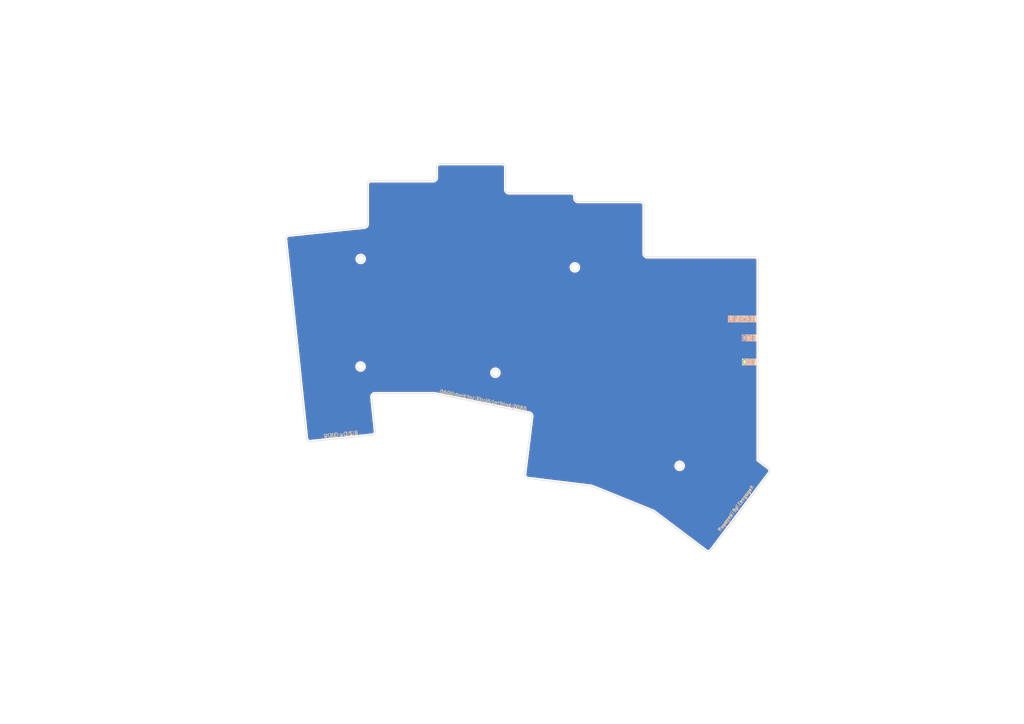
<source format=kicad_pcb>
(kicad_pcb
	(version 20240108)
	(generator "pcbnew")
	(generator_version "8.0")
	(general
		(thickness 1.6)
		(legacy_teardrops no)
	)
	(paper "A4")
	(title_block
		(title "bottom_plate")
		(date "2024-11-10")
		(rev "0.5.8")
		(company "Allen Choi")
	)
	(layers
		(0 "F.Cu" signal)
		(31 "B.Cu" signal)
		(32 "B.Adhes" user "B.Adhesive")
		(33 "F.Adhes" user "F.Adhesive")
		(34 "B.Paste" user)
		(35 "F.Paste" user)
		(36 "B.SilkS" user "B.Silkscreen")
		(37 "F.SilkS" user "F.Silkscreen")
		(38 "B.Mask" user)
		(39 "F.Mask" user)
		(40 "Dwgs.User" user "User.Drawings")
		(41 "Cmts.User" user "User.Comments")
		(42 "Eco1.User" user "User.Eco1")
		(43 "Eco2.User" user "User.Eco2")
		(44 "Edge.Cuts" user)
		(45 "Margin" user)
		(46 "B.CrtYd" user "B.Courtyard")
		(47 "F.CrtYd" user "F.Courtyard")
		(48 "B.Fab" user)
		(49 "F.Fab" user)
	)
	(setup
		(pad_to_mask_clearance 0.05)
		(allow_soldermask_bridges_in_footprints no)
		(pcbplotparams
			(layerselection 0x00010fc_ffffffff)
			(plot_on_all_layers_selection 0x0000000_00000000)
			(disableapertmacros no)
			(usegerberextensions no)
			(usegerberattributes yes)
			(usegerberadvancedattributes yes)
			(creategerberjobfile yes)
			(dashed_line_dash_ratio 12.000000)
			(dashed_line_gap_ratio 3.000000)
			(svgprecision 4)
			(plotframeref no)
			(viasonmask no)
			(mode 1)
			(useauxorigin no)
			(hpglpennumber 1)
			(hpglpenspeed 20)
			(hpglpendiameter 15.000000)
			(pdf_front_fp_property_popups yes)
			(pdf_back_fp_property_popups yes)
			(dxfpolygonmode yes)
			(dxfimperialunits yes)
			(dxfusepcbnewfont yes)
			(psnegative no)
			(psa4output no)
			(plotreference yes)
			(plotvalue yes)
			(plotfptext yes)
			(plotinvisibletext no)
			(sketchpadsonfab no)
			(subtractmaskfromsilk no)
			(outputformat 1)
			(mirror no)
			(drillshape 1)
			(scaleselection 1)
			(outputdirectory "")
		)
	)
	(net 0 "")
	(net 1 "GND")
	(gr_arc
		(start 145.65 47.475)
		(mid 146.357141 47.767877)
		(end 146.65 48.475)
		(stroke
			(width 0.15)
			(type default)
		)
		(layer "Edge.Cuts")
		(uuid "008d95bc-d1a3-4121-bcba-77accbb67922")
	)
	(gr_arc
		(start 218.8325 74.515)
		(mid 219.539641 74.807877)
		(end 219.8325 75.515)
		(stroke
			(width 0.15)
			(type default)
		)
		(layer "Edge.Cuts")
		(uuid "01964f6a-8a5d-4dff-9b61-5ea07dd79c7f")
	)
	(gr_arc
		(start 187.75 74.515)
		(mid 187.042927 74.222091)
		(end 186.75 73.515)
		(stroke
			(width 0.15)
			(type default)
		)
		(layer "Edge.Cuts")
		(uuid "0aefad9e-b659-4871-89f3-b206cc5ca634")
	)
	(gr_line
		(start 189.605179 148.280753)
		(end 189.587912 148.303667)
		(stroke
			(width 0.15)
			(type default)
		)
		(layer "Edge.Cuts")
		(uuid "1a504d64-6587-4613-a0f9-d1648fc809a2")
	)
	(gr_line
		(start 206.20237 159.571422)
		(end 223.098326 137.14973)
		(stroke
			(width 0.15)
			(type default)
		)
		(layer "Edge.Cuts")
		(uuid "1f541589-9e3f-4826-8481-f289828a4722")
	)
	(gr_line
		(start 218.8325 74.515)
		(end 187.75 74.515)
		(stroke
			(width 0.15)
			(type default)
		)
		(layer "Edge.Cuts")
		(uuid "1f8d449c-a3b2-4da1-8674-9a90d9e23857")
	)
	(gr_line
		(start 165.7 55.975)
		(end 147.65 55.975)
		(stroke
			(width 0.15)
			(type default)
		)
		(layer "Edge.Cuts")
		(uuid "28d66713-d6c7-4ab0-8ded-d61978fd86f7")
	)
	(gr_arc
		(start 106.55 64.921016)
		(mid 106.293146 65.590148)
		(end 105.654529 65.915538)
		(stroke
			(width 0.15)
			(type default)
		)
		(layer "Edge.Cuts")
		(uuid "2fdd6780-334d-4aee-97da-f4ebfe542e32")
	)
	(gr_arc
		(start 106.55 53.475)
		(mid 106.842893 52.767892)
		(end 107.55 52.475)
		(stroke
			(width 0.15)
			(type default)
		)
		(layer "Edge.Cuts")
		(uuid "33a2ce6c-6178-46f8-9177-461c86e60500")
	)
	(gr_line
		(start 219.8325 133.436618)
		(end 219.8325 75.515)
		(stroke
			(width 0.15)
			(type default)
		)
		(layer "Edge.Cuts")
		(uuid "3a1fd5d0-412a-4746-8c19-614b1088b7e6")
	)
	(gr_line
		(start 126.6 48.475)
		(end 126.6 51.475)
		(stroke
			(width 0.15)
			(type default)
		)
		(layer "Edge.Cuts")
		(uuid "3ea254dc-d809-4230-b7a8-9537da9cabc8")
	)
	(gr_line
		(start 186.75 73.515)
		(end 186.75 59.475)
		(stroke
			(width 0.15)
			(type default)
		)
		(layer "Edge.Cuts")
		(uuid "4a15fcc7-8791-4225-9edb-103c57c1a40f")
	)
	(gr_arc
		(start 90.01378 128.04077)
		(mid 89.279931 127.823394)
		(end 88.914729 127.150777)
		(stroke
			(width 0.15)
			(type default)
		)
		(layer "Edge.Cuts")
		(uuid "4fd4ca1d-0c8d-4d93-b57e-31334899dc14")
	)
	(gr_line
		(start 145.65 47.475)
		(end 127.6 47.475)
		(stroke
			(width 0.15)
			(type default)
		)
		(layer "Edge.Cuts")
		(uuid "51e73fe4-7850-4e0a-980a-0700177ba94c")
	)
	(gr_arc
		(start 126.6 51.475)
		(mid 126.307111 52.182104)
		(end 125.6 52.475)
		(stroke
			(width 0.15)
			(type default)
		)
		(layer "Edge.Cuts")
		(uuid "52f5aaf3-0799-4ec8-a126-8c809bc26654")
	)
	(gr_arc
		(start 107.822197 115.229528)
		(mid 108.073581 114.455875)
		(end 108.816719 114.125)
		(stroke
			(width 0.15)
			(type default)
		)
		(layer "Edge.Cuts")
		(uuid "5979540c-e2ab-40f1-848b-35f067359e1d")
	)
	(gr_line
		(start 166.7 57.475)
		(end 166.7 56.975)
		(stroke
			(width 0.15)
			(type default)
		)
		(layer "Edge.Cuts")
		(uuid "5bbb884e-dafd-42f1-ba1e-fdb197693569")
	)
	(gr_arc
		(start 125.784432 114.107845)
		(mid 125.692614 114.120698)
		(end 125.6 114.125)
		(stroke
			(width 0.15)
			(type default)
		)
		(layer "Edge.Cuts")
		(uuid "642ea717-d214-4efa-9487-a27e9a77e926")
	)
	(gr_line
		(start 106.55 53.475)
		(end 106.55 64.921016)
		(stroke
			(width 0.15)
			(type default)
		)
		(layer "Edge.Cuts")
		(uuid "643cca75-d943-4745-a3a8-42bcf5790a2e")
	)
	(gr_arc
		(start 153.442202 119.745403)
		(mid 154.054121 120.141163)
		(end 154.235022 120.847124)
		(stroke
			(width 0.15)
			(type default)
		)
		(layer "Edge.Cuts")
		(uuid "6df33537-e037-4456-a087-ccdde5eca97e")
	)
	(gr_circle
		(center 104.609926 75.100043)
		(end 105.659926 75.100043)
		(stroke
			(width 0.15)
			(type default)
		)
		(fill none)
		(layer "Edge.Cuts")
		(uuid "710779e0-446e-4bc4-90ee-eaa7a831b954")
	)
	(gr_circle
		(center 166.725 77.55)
		(end 167.775 77.55)
		(stroke
			(width 0.15)
			(type default)
		)
		(fill none)
		(layer "Edge.Cuts")
		(uuid "721c5752-b2d5-4a70-85c1-2970e5c5e223")
	)
	(gr_arc
		(start 206.20237 159.571422)
		(mid 205.542909 159.959875)
		(end 204.801919 159.768243)
		(stroke
			(width 0.15)
			(type default)
		)
		(layer "Edge.Cuts")
		(uuid "754d5c66-97af-4f58-9f27-f220e7665118")
	)
	(gr_line
		(start 222.901506 135.74928)
		(end 219.8325 133.436618)
		(stroke
			(width 0.15)
			(type default)
		)
		(layer "Edge.Cuts")
		(uuid "768eb5f6-b08f-4278-955b-de98dab62de0")
	)
	(gr_line
		(start 105.654529 65.915538)
		(end 102.672035 66.229011)
		(stroke
			(width 0.15)
			(type default)
		)
		(layer "Edge.Cuts")
		(uuid "7f00f0c6-0b14-4a7f-a863-7e8b4a8173a2")
	)
	(gr_line
		(start 108.816719 114.125)
		(end 125.6 114.125)
		(stroke
			(width 0.15)
			(type default)
		)
		(layer "Edge.Cuts")
		(uuid "80b736d2-f7c6-43bd-8b02-69468334e908")
	)
	(gr_line
		(start 90.01378 128.04077)
		(end 107.9649 126.154032)
		(stroke
			(width 0.15)
			(type default)
		)
		(layer "Edge.Cuts")
		(uuid "822b99cb-85f8-4bb4-95f1-9f65096035e0")
	)
	(gr_line
		(start 146.65 54.975)
		(end 146.65 48.475)
		(stroke
			(width 0.15)
			(type default)
		)
		(layer "Edge.Cuts")
		(uuid "90594b8d-de8e-4748-b8d0-2b943a76de18")
	)
	(gr_arc
		(start 108.854893 125.054981)
		(mid 108.637523 125.788844)
		(end 107.9649 126.154032)
		(stroke
			(width 0.15)
			(type default)
		)
		(layer "Edge.Cuts")
		(uuid "917c89c6-ba03-4dfb-8f8b-0ffdb4829b37")
	)
	(gr_arc
		(start 167.7 58.475)
		(mid 166.992927 58.182091)
		(end 166.7 57.475)
		(stroke
			(width 0.15)
			(type default)
		)
		(layer "Edge.Cuts")
		(uuid "94f59750-8dcc-4c99-9808-a7a7e35e1b65")
	)
	(gr_arc
		(start 82.836399 69.319329)
		(mid 83.053775 68.58548)
		(end 83.726393 68.220278)
		(stroke
			(width 0.15)
			(type default)
		)
		(layer "Edge.Cuts")
		(uuid "9a27c279-7961-4111-a24f-fce5d529ceb8")
	)
	(gr_arc
		(start 147.65 55.975)
		(mid 146.942927 55.682091)
		(end 146.65 54.975)
		(stroke
			(width 0.15)
			(type default)
		)
		(layer "Edge.Cuts")
		(uuid "9fd4a11c-02e5-49c3-9201-101e56a79926")
	)
	(gr_line
		(start 152.176208 137.614819)
		(end 154.235022 120.847124)
		(stroke
			(width 0.15)
			(type default)
		)
		(layer "Edge.Cuts")
		(uuid "a79bb9d5-b55d-47c3-a4db-fc302f1722e5")
	)
	(gr_arc
		(start 222.901506 135.74928)
		(mid 223.289981 136.408742)
		(end 223.098326 137.14973)
		(stroke
			(width 0.15)
			(type default)
		)
		(layer "Edge.Cuts")
		(uuid "a82e4fbb-d46c-41a4-83c5-d87cac14cd2e")
	)
	(gr_arc
		(start 185.75 58.475)
		(mid 186.457141 58.767877)
		(end 186.75 59.475)
		(stroke
			(width 0.15)
			(type default)
		)
		(layer "Edge.Cuts")
		(uuid "ae998c2a-1de8-47cc-bfea-d229b314b029")
	)
	(gr_line
		(start 167.7 58.475)
		(end 185.75 58.475)
		(stroke
			(width 0.15)
			(type default)
		)
		(layer "Edge.Cuts")
		(uuid "aeda8ee8-8274-46e1-ad78-7bc96b946370")
	)
	(gr_arc
		(start 171.473178 140.991699)
		(mid 171.601691 141.016092)
		(end 171.725915 141.057062)
		(stroke
			(width 0.15)
			(type default)
		)
		(layer "Edge.Cuts")
		(uuid "b6a294d8-0fed-4bad-8359-e7b0ff5db5f9")
	)
	(gr_line
		(start 153.046885 138.729235)
		(end 171.473178 140.991699)
		(stroke
			(width 0.15)
			(type default)
		)
		(layer "Edge.Cuts")
		(uuid "bc6dc126-30cb-4f7a-a924-0c0b84ddc913")
	)
	(gr_line
		(start 171.725915 141.057062)
		(end 189.605179 148.280753)
		(stroke
			(width 0.15)
			(type default)
		)
		(layer "Edge.Cuts")
		(uuid "c04bc586-2fe3-4c23-914f-1c18321fa73b")
	)
	(gr_line
		(start 86.923462 108.205135)
		(end 88.914729 127.150777)
		(stroke
			(width 0.15)
			(type default)
		)
		(layer "Edge.Cuts")
		(uuid "c1373012-735c-4c8c-abdb-729d4daf86a7")
	)
	(gr_line
		(start 125.6 52.475)
		(end 107.55 52.475)
		(stroke
			(width 0.15)
			(type default)
		)
		(layer "Edge.Cuts")
		(uuid "c3b2ed98-38b6-4281-9d60-58e94a9ccc1c")
	)
	(gr_line
		(start 189.587912 148.303667)
		(end 204.801919 159.768243)
		(stroke
			(width 0.15)
			(type default)
		)
		(layer "Edge.Cuts")
		(uuid "cb20ddd5-38cf-453a-8e5d-6d66ad1e5e0a")
	)
	(gr_line
		(start 82.836399 69.319329)
		(end 84.827666 88.264971)
		(stroke
			(width 0.15)
			(type default)
		)
		(layer "Edge.Cuts")
		(uuid "d280f8de-c7ef-4b79-8835-176a257d4935")
	)
	(gr_line
		(start 108.854893 125.054981)
		(end 107.822197 115.229528)
		(stroke
			(width 0.15)
			(type default)
		)
		(layer "Edge.Cuts")
		(uuid "d6d7af7b-406f-4a94-bdb3-49718c865972")
	)
	(gr_line
		(start 84.827666 88.264971)
		(end 86.923462 108.205135)
		(stroke
			(width 0.15)
			(type default)
		)
		(layer "Edge.Cuts")
		(uuid "d8795c32-7362-4d41-bb35-d7a00a97aa9f")
	)
	(gr_line
		(start 125.784432 114.107845)
		(end 153.442202 119.745403)
		(stroke
			(width 0.15)
			(type default)
		)
		(layer "Edge.Cuts")
		(uuid "df3eaedc-ad54-488d-8662-f5b3a3b24924")
	)
	(gr_line
		(start 102.672035 66.229011)
		(end 83.726393 68.220278)
		(stroke
			(width 0.15)
			(type default)
		)
		(layer "Edge.Cuts")
		(uuid "e3a4ab01-d572-4224-a35d-fe41c600e36c")
	)
	(gr_circle
		(center 143.675 108.1)
		(end 144.725 108.1)
		(stroke
			(width 0.15)
			(type default)
		)
		(fill none)
		(layer "Edge.Cuts")
		(uuid "e84cd313-e506-4e6f-94a9-38a4f31ab187")
	)
	(gr_arc
		(start 153.046885 138.729235)
		(mid 152.380749 138.352352)
		(end 152.176208 137.614819)
		(stroke
			(width 0.15)
			(type default)
		)
		(layer "Edge.Cuts")
		(uuid "eaca9794-8ddd-4a30-811f-06d56a234023")
	)
	(gr_circle
		(center 197.115729 135.110228)
		(end 198.165729 135.110228)
		(stroke
			(width 0.15)
			(type default)
		)
		(fill none)
		(layer "Edge.Cuts")
		(uuid "eaefd2d3-9e99-4a83-bad3-ce0c51a76af1")
	)
	(gr_arc
		(start 165.7 55.975)
		(mid 166.407141 56.267877)
		(end 166.7 56.975)
		(stroke
			(width 0.15)
			(type default)
		)
		(layer "Edge.Cuts")
		(uuid "eb2913bd-9778-4c88-aee8-60ff1a269e61")
	)
	(gr_circle
		(center 104.575 106.3)
		(end 105.625 106.3)
		(stroke
			(width 0.15)
			(type default)
		)
		(fill none)
		(layer "Edge.Cuts")
		(uuid "eeb65696-3de5-452e-883e-4907409f21e5")
	)
	(gr_arc
		(start 126.6 48.475)
		(mid 126.892897 47.767891)
		(end 127.6 47.475)
		(stroke
			(width 0.15)
			(type default)
		)
		(layer "Edge.Cuts")
		(uuid "f4812dea-6160-4977-b63c-d5a4007d1b36")
	)
	(gr_text "designed by Thunderbird 2086"
		(at 140.125 116.1 -11.5)
		(layer "B.SilkS")
		(uuid "0e6b073a-6580-4ea8-b186-215d5989bbd3")
		(effects
			(font
				(face "Android Robot")
				(size 1.2 1.2)
				(thickness 0.15)
			)
			(justify mirror)
		)
		(render_cache "designed by Thunderbird 2086" 348.5
			(polygon
				(pts
					(xy 153.342446 118.167936) (xy 153.338999 118.167235) (xy 153.114116 118.121481) (xy 153.11248 118.129523)
					(xy 152.913106 119.109475) (xy 152.928762 119.169866) (xy 152.970868 119.215143) (xy 153.000314 119.227714)
					(xy 153.879169 119.406519) (xy 153.939536 119.400882) (xy 153.987585 119.361929) (xy 154.004012 119.338302)
					(xy 154.045909 119.132374) (xy 154.038509 119.070483) (xy 154.000737 119.019491) (xy 153.955125 118.983199)
					(xy 153.905942 118.938604) (xy 153.859828 118.896865) (xy 153.796411 118.83961) (xy 153.739899 118.788782)
					(xy 153.690292 118.74438) (xy 153.63489 118.695172) (xy 153.5829 118.649727) (xy 153.536462 118.612384)
					(xy 153.383217 118.786386) (xy 153.793396 119.15039) (xy 153.168432 119.02324) (xy 153.169075 119.02008)
				)
			)
			(polygon
				(pts
					(xy 152.445933 118.425807) (xy 152.45468 118.430885) (xy 152.50386 118.469324) (xy 152.553696 118.511738)
					(xy 152.604142 118.555856) (xy 152.648147 118.594885) (xy 152.697441 118.639008) (xy 152.752023 118.688223)
					(xy 152.811894 118.74253) (xy 152.85958 118.782777) (xy 152.897282 118.830417) (xy 152.909171 118.892129)
					(xy 152.86523 119.108109) (xy 152.848976 119.131341) (xy 152.801312 119.169594) (xy 152.741253 119.175008)
					(xy 151.769342 118.97727) (xy 151.762737 118.975926) (xy 151.808022 118.75334) (xy 151.809366 118.746735)
					(xy 152.067566 118.799266) (xy 151.952172 118.622218) (xy 152.23818 118.622218) (xy 152.400152 118.866931)
					(xy 152.651746 118.918119) (xy 152.598341 118.86941) (xy 152.550025 118.825458) (xy 152.493519 118.774257)
					(xy 152.44606 118.731514) (xy 152.391834 118.683258) (xy 152.344447 118.643838) (xy 152.23818 118.622218)
					(xy 151.952172 118.622218) (xy 151.923506 118.578236) (xy 151.899478 118.546958) (xy 151.870798 118.494327)
					(xy 151.863751 118.432383) (xy 151.869769 118.402801) (xy 151.886134 118.378988) (xy 151.933927 118.339672)
					(xy 151.993868 118.333834)
				)
			)
			(polygon
				(pts
					(xy 151.75606 118.285451) (xy 150.781852 118.087246) (xy 150.780508 118.093852) (xy 150.735223 118.316438)
					(xy 150.741541 118.317723) (xy 151.209402 118.412911) (xy 151.20876 118.41607) (xy 151.132342 118.422318)
					(xy 151.062961 118.428162) (xy 151.000619 118.433604) (xy 150.928443 118.440233) (xy 150.868778 118.446145)
					(xy 150.802741 118.453669) (xy 150.756468 118.461933) (xy 150.710558 118.500149) (xy 150.686607 118.555394)
					(xy 150.672174 118.626335) (xy 150.671982 118.685573) (xy 150.700819 118.73857) (xy 150.728858 118.762291)
					(xy 150.75751 118.771411) (xy 151.731718 118.969615) (xy 151.733062 118.96301) (xy 151.778348 118.740424)
					(xy 151.772029 118.739138) (xy 151.304168 118.643951) (xy 151.304811 118.640792) (xy 151.381232 118.634544)
					(xy 151.450619 118.628701) (xy 151.512975 118.623262) (xy 151.585175 118.616639) (xy 151.644873 118.610733)
					(xy 151.710978 118.603223) (xy 151.75739 118.594987) (xy 151.803172 118.556296) (xy 151.826964 118.501467)
					(xy 151.841397 118.430527) (xy 151.841588 118.371289) (xy 151.812751 118.318292) (xy 151.784713 118.29457)
				)
			)
			(polygon
				(pts
					(xy 150.719954 117.634384) (xy 150.60823 117.611653) (xy 150.547422 117.617617) (xy 150.499008 117.657967)
					(xy 150.489682 117.670982) (xy 150.481034 117.695842) (xy 150.371648 118.233495) (xy 150.377966 118.23478)
					(xy 150.46499 118.252485) (xy 150.375237 118.693636) (xy 150.38213 118.695039) (xy 150.603567 118.74009)
					(xy 150.604853 118.733772) (xy 150.802532 117.762149) (xy 150.796929 117.700854) (xy 150.757374 117.652078)
					(xy 150.744585 117.642685)
				)
			)
			(polygon
				(pts
					(xy 150.266028 117.9823) (xy 149.400097 117.806125) (xy 149.340156 117.811963) (xy 149.292363 117.851279)
					(xy 149.275998 117.875092) (xy 149.273369 117.888016) (xy 149.096083 118.759404) (xy 149.104585 118.821385)
					(xy 149.137572 118.870942) (xy 149.184049 118.891555) (xy 150.059171 119.069601) (xy 150.119756 119.063894)
					(xy 150.16795 119.024659) (xy 150.184418 119.000868) (xy 150.247409 118.691258) (xy 150.240803 118.689914)
					(xy 150.019079 118.644804) (xy 150.017793 118.651122) (xy 149.984311 118.815692) (xy 149.348721 118.68638)
					(xy 149.464302 118.118283) (xy 149.476105 118.060267) (xy 150.085847 118.184321) (xy 149.579702 118.366981)
					(xy 149.579 118.370427) (xy 149.656004 118.584394) (xy 149.659163 118.585037) (xy 150.269169 118.36967)
					(xy 150.306716 118.322596) (xy 150.319742 118.285745) (xy 150.351939 118.127493) (xy 150.352007 118.068651)
					(xy 150.323058 118.015517) (xy 150.294967 117.991478)
				)
			)
			(polygon
				(pts
					(xy 149.162289 117.757742) (xy 148.280275 117.578294) (xy 148.220137 117.584093) (xy 148.172261 117.623392)
					(xy 148.155889 117.647203) (xy 148.039666 118.218459) (xy 148.046271 118.219803) (xy 148.267996 118.264913)
					(xy 148.269281 118.258595) (xy 148.355996 117.832379) (xy 148.991586 117.961691) (xy 148.903586 118.394225)
					(xy 148.910479 118.395628) (xy 149.131916 118.44068) (xy 149.133201 118.434361) (xy 149.244867 117.885508)
					(xy 149.239265 117.824213) (xy 149.199709 117.775437) (xy 149.186921 117.766044)
				)
			)
			(polygon
				(pts
					(xy 147.602465 117.440393) (xy 147.611212 117.44547) (xy 147.660393 117.483909) (xy 147.710229 117.526324)
					(xy 147.760675 117.570441) (xy 147.80468 117.609471) (xy 147.853973 117.653593) (xy 147.908555 117.702808)
					(xy 147.968426 117.757116) (xy 148.016112 117.797363) (xy 148.053814 117.845002) (xy 148.065704 117.906715)
					(xy 148.021762 118.122695) (xy 148.005508 118.145927) (xy 147.957845 118.18418) (xy 147.897785 118.189593)
					(xy 146.925875 117.991856) (xy 146.919269 117.990512) (xy 146.964555 117.767926) (xy 146.965899 117.76132)
					(xy 147.224098 117.813851) (xy 147.108704 117.636803) (xy 147.394712 117.636803) (xy 147.556684 117.881517)
					(xy 147.808278 117.932704) (xy 147.754873 117.883995) (xy 147.706557 117.840043) (xy 147.650052 117.788842)
					(xy 147.602593 117.746099) (xy 147.548366 117.697843) (xy 147.500979 117.658423) (xy 147.394712 117.636803)
					(xy 147.108704 117.636803) (xy 147.080039 117.592822) (xy 147.05601 117.561544) (xy 147.027331 117.508912)
					(xy 147.020283 117.446968) (xy 147.026302 117.417386) (xy 147.042666 117.393573) (xy 147.090459 117.354257)
					(xy 147.1504 117.348419)
				)
			)
			(polygon
				(pts
					(xy 146.244974 116.72394) (xy 146.241527 116.723238) (xy 146.016644 116.677485) (xy 146.015007 116.685527)
					(xy 145.815634 117.665478) (xy 145.83129 117.725869) (xy 145.873396 117.771146) (xy 145.902842 117.783717)
					(xy 146.781697 117.962522) (xy 146.842063 117.956885) (xy 146.890112 117.917932) (xy 146.90654 117.894305)
					(xy 146.948437 117.688377) (xy 146.941037 117.626486) (xy 146.903265 117.575494) (xy 146.857653 117.539202)
					(xy 146.80847 117.494607) (xy 146.762356 117.452868) (xy 146.698939 117.395613) (xy 146.642427 117.344785)
					(xy 146.59282 117.300383) (xy 146.537418 117.251175) (xy 146.485428 117.20573) (xy 146.43899 117.168387)
					(xy 146.285745 117.342389) (xy 146.695924 117.706393) (xy 146.07096 117.579243) (xy 146.071603 117.576083)
				)
			)
			(polygon
				(pts
					(xy 145.266458 116.524858) (xy 145.265114 116.531464) (xy 145.092444 117.380161) (xy 144.472363 117.254004)
					(xy 144.473006 117.250845) (xy 144.535564 117.230298) (xy 144.595149 117.210565) (xy 144.651761 117.191647)
					(xy 144.722619 117.16769) (xy 144.78819 117.145181) (xy 144.848476 117.124122) (xy 144.9164 117.099833)
					(xy 144.976065 117.077806) (xy 144.987007 117.073673) (xy 144.968818 117.01774) (xy 144.950133 116.961419)
					(xy 144.930553 116.90465) (xy 144.911737 116.857067) (xy 144.908578 116.856424) (xy 144.308372 117.063317)
					(xy 144.264188 117.10373) (xy 144.249952 117.138766) (xy 144.211269 117.328897) (xy 144.216807 117.389187)
					(xy 144.255491 117.437025) (xy 144.27897 117.453337) (xy 145.173909 117.635414) (xy 145.233162 117.626045)
					(xy 145.279749 117.582295) (xy 145.293194 117.562178) (xy 145.494788 116.571313) (xy 145.491628 116.57067)
				)
			)
			(polygon
				(pts
					(xy 144.332895 116.775192) (xy 144.122372 116.732361) (xy 144.061418 116.739997) (xy 144.012276 116.773855)
					(xy 143.980431 116.808166) (xy 143.717559 117.072623) (xy 143.71124 117.071337) (xy 143.690002 117.015777)
					(xy 143.663936 116.950811) (xy 143.636669 116.884444) (xy 143.611226 116.823346) (xy 143.582558 116.755133)
					(xy 143.55894 116.699304) (xy 143.533507 116.639473) (xy 143.486026 116.605024) (xy 143.467826 116.599192)
					(xy 143.254718 116.555834) (xy 143.253374 116.56244) (xy 143.208088 116.785026) (xy 143.214407 116.786311)
					(xy 143.358872 116.815703) (xy 143.399266 116.915184) (xy 143.437478 117.009139) (xy 143.473507 117.097568)
					(xy 143.507355 117.180469) (xy 143.539021 117.257845) (xy 143.568504 117.329695) (xy 143.595805 117.396018)
					(xy 143.620925 117.456816) (xy 143.643862 117.512087) (xy 143.674176 117.584632) (xy 143.699581 117.644742)
					(xy 143.725817 117.705548) (xy 143.743324 117.744249) (xy 143.789704 117.782006) (xy 143.80865 117.787749)
					(xy 144.024342 117.831632) (xy 144.025686 117.825026) (xy 144.070972 117.60244) (xy 144.064653 117.601155)
					(xy 143.917029 117.57112) (xy 143.81048 117.30538) (xy 144.1418 116.974992) (xy 144.292584 117.005669)
					(xy 144.293986 116.998776) (xy 144.339213 116.776477)
				)
			)
			(polygon
				(pts
					(xy 141.795555 115.818695) (xy 141.794152 115.825588) (xy 141.748925 116.047887) (xy 141.755531 116.049231)
					(xy 142.5959 116.220206) (xy 142.595257 116.223365) (xy 142.524629 116.246263) (xy 142.460166 116.267334)
					(xy 142.401868 116.286578) (xy 142.333729 116.309397) (xy 142.27655 116.328968) (xy 142.22049 116.348865)
					(xy 142.16274 116.371894) (xy 142.159749 116.373438) (xy 142.121044 116.417466) (xy 142.102101 116.475964)
					(xy 141.997681 116.989204) (xy 142.004 116.99049) (xy 142.226011 117.035658) (xy 142.227297 117.02934)
					(xy 142.323127 116.55832) (xy 142.396513 116.5344) (xy 142.463422 116.512444) (xy 142.523854 116.492451)
					(xy 142.594355 116.468847) (xy 142.653341 116.448732) (xy 142.71088 116.428496) (xy 142.769112 116.405812)
					(xy 142.771983 116.404382) (xy 142.812066 116.360352) (xy 142.818228 116.343204) (xy 142.858372 116.145892)
					(xy 142.852734 116.085526) (xy 142.813782 116.037476) (xy 142.790154 116.021049)
				)
			)
			(polygon
				(pts
					(xy 141.644196 115.787901) (xy 141.531037 115.764878) (xy 141.471306 115.768917) (xy 141.423262 115.807715)
					(xy 141.405029 115.837345) (xy 141.39591 115.865998) (xy 141.335023 116.165268) (xy 140.711495 116.03841)
					(xy 140.649528 116.033893) (xy 140.591653 116.053187) (xy 140.557162 116.08986) (xy 140.54816 116.117938)
					(xy 140.435559 116.671387) (xy 140.442165 116.672731) (xy 140.663889 116.717841) (xy 140.665175 116.711523)
					(xy 140.751889 116.285307) (xy 141.38748 116.414619) (xy 141.29948 116.847153) (xy 141.306373 116.848556)
					(xy 141.52781 116.893608) (xy 141.529095 116.887289) (xy 141.726774 115.915666) (xy 141.721172 115.854371)
					(xy 141.681616 115.805595) (xy 141.668828 115.796202)
				)
			)
			(polygon
				(pts
					(xy 140.515332 115.9985) (xy 140.293321 115.953331) (xy 140.292678 115.956491) (xy 140.292035 115.95965)
					(xy 140.209937 116.363176) (xy 140.195556 116.383879) (xy 139.577485 116.258131) (xy 139.66157 115.84484)
					(xy 139.673527 115.827233) (xy 139.670368 115.82659) (xy 139.666921 115.825889) (xy 139.437155 115.779142)
					(xy 139.436513 115.782302) (xy 139.43587 115.785461) (xy 139.322743 116.341495) (xy 139.330205 116.400758)
					(xy 139.369569 116.445629) (xy 139.387826 116.458223) (xy 140.279606 116.639658) (xy 140.338474 116.636085)
					(xy 140.386733 116.599256) (xy 140.405428 116.571041) (xy 140.420946 116.494768) (xy 140.435507 116.423196)
					(xy 140.449113 116.356323) (xy 140.461762 116.294151) (xy 140.473454 116.236679) (xy 140.487557 116.167361)
					(xy 140.49996 116.106399) (xy 140.513073 116.041947) (xy 140.521651 115.999786) (xy 140.518492 115.999143)
				)
			)
			(polygon
				(pts
					(xy 139.306476 115.752555) (xy 138.424462 115.573108) (xy 138.364324 115.578906) (xy 138.316447 115.618205)
					(xy 138.300076 115.642016) (xy 138.183852 116.213272) (xy 138.190458 116.214616) (xy 138.412182 116.259726)
					(xy 138.413468 116.253408) (xy 138.500182 115.827192) (xy 139.135773 115.956504) (xy 139.047773 116.389039)
					(xy 139.054666 116.390441) (xy 139.276103 116.435493) (xy 139.277388 116.429174) (xy 139.389054 115.880321)
					(xy 139.383451 115.819026) (xy 139.343896 115.77025) (xy 139.331107 115.760857)
				)
			)
			(polygon
				(pts
					(xy 137.506972 114.946173) (xy 137.503525 114.945472) (xy 137.278642 114.899719) (xy 137.277006 114.907761)
					(xy 137.077632 115.887713) (xy 137.093288 115.948104) (xy 137.135394 115.993381) (xy 137.16484 116.005952)
					(xy 138.043695 116.184757) (xy 138.104062 116.17912) (xy 138.152111 116.140167) (xy 138.168539 116.116539)
					(xy 138.210435 115.910612) (xy 138.203035 115.84872) (xy 138.165264 115.797729) (xy 138.119651 115.761436)
					(xy 138.070468 115.716841) (xy 138.024354 115.675102) (xy 137.960937 115.617848) (xy 137.904425 115.56702)
					(xy 137.854818 115.522617) (xy 137.799416 115.473409) (xy 137.747427 115.427964) (xy 137.700988 115.390622)
					(xy 137.547743 115.564624) (xy 137.957922 115.928627) (xy 137.332958 115.801477) (xy 137.333601 115.798318)
				)
			)
			(polygon
				(pts
					(xy 136.633436 115.208719) (xy 136.642182 115.213797) (xy 136.691363 115.252236) (xy 136.741199 115.29465)
					(xy 136.791645 115.338768) (xy 136.83565 115.377797) (xy 136.884943 115.42192) (xy 136.939526 115.471135)
					(xy 136.999396 115.525442) (xy 137.047083 115.56569) (xy 137.084784 115.613329) (xy 137.096674 115.675041)
					(xy 137.052732 115.891021) (xy 137.036479 115.914254) (xy 136.988815 115.952506) (xy 136.928755 115.95792)
					(xy 135.956845 115.760182) (xy 135.950239 115.758838) (xy 135.995525 115.536252) (xy 135.996869 115.529647)
					(xy 136.255069 115.582178) (xy 136.139675 115.40513) (xy 136.425683 115.40513) (xy 136.587655 115.649843)
					(xy 136.839249 115.701031) (xy 136.785844 115.652322) (xy 136.737528 115.60837) (xy 136.681022 115.557169)
					(xy 136.633563 115.514426) (xy 136.579337 115.46617) (xy 136.531949 115.42675) (xy 136.425683 115.40513)
					(xy 136.139675 115.40513) (xy 136.111009 115.361148) (xy 136.08698 115.32987) (xy 136.058301 115.277239)
					(xy 136.051254 115.215295) (xy 136.057272 115.185713) (xy 136.073637 115.1619) (xy 136.121429 115.122584)
					(xy 136.181371 115.116746)
				)
			)
			(polygon
				(pts
					(xy 135.949594 115.06959) (xy 134.969355 114.870158) (xy 134.968011 114.876764) (xy 134.922726 115.09935)
					(xy 134.929044 115.100635) (xy 135.778891 115.273539) (xy 135.690891 115.706073) (xy 135.697784 115.707476)
					(xy 135.919221 115.752528) (xy 135.920507 115.746209) (xy 136.032172 115.197355) (xy 136.02657 115.136061)
					(xy 135.987014 115.087284) (xy 135.974226 115.077892)
				)
			)
			(polygon
				(pts
					(xy 134.765002 114.388313) (xy 134.763658 114.394919) (xy 134.590988 115.243617) (xy 133.970907 115.11746)
					(xy 133.97155 115.114301) (xy 134.034108 115.093753) (xy 134.093694 115.074021) (xy 134.150305 115.055103)
					(xy 134.221163 115.031146) (xy 134.286735 115.008637) (xy 134.34702 114.987576) (xy 134.414944 114.963287)
					(xy 134.47461 114.941261) (xy 134.485551 114.937127) (xy 134.467362 114.881194) (xy 134.448677 114.824874)
					(xy 134.429098 114.768104) (xy 134.410281 114.720522) (xy 134.407122 114.719879) (xy 133.806916 114.926771)
					(xy 133.762732 114.967185) (xy 133.748496 115.002222) (xy 133.709813 115.192353) (xy 133.715352 115.252642)
					(xy 133.754036 115.300481) (xy 133.777515 115.316792) (xy 134.672453 115.49887) (xy 134.731706 115.4895)
					(xy 134.778293 115.445751) (xy 134.791738 115.425633) (xy 134.993332 114.434767) (xy 134.990172 114.434125)
				)
			)
			(polygon
				(pts
					(xy 133.779306 114.187771) (xy 133.667582 114.16504) (xy 133.606774 114.171005) (xy 133.55836 114.211354)
					(xy 133.549033 114.224369) (xy 133.540386 114.249229) (xy 133.430999 114.786882) (xy 133.437318 114.788167)
					(xy 133.524342 114.805873) (xy 133.434589 115.247023) (xy 133.441482 115.248426) (xy 133.662919 115.293478)
					(xy 133.664204 115.287159) (xy 133.861883 114.315536) (xy 133.856281 114.254241) (xy 133.816725 114.205465)
					(xy 133.803937 114.196072)
				)
			)
			(polygon
				(pts
					(xy 133.34175 114.539018) (xy 132.361511 114.339586) (xy 132.360167 114.346192) (xy 132.314881 114.568778)
					(xy 132.3212 114.570063) (xy 133.171047 114.742967) (xy 133.083047 115.175501) (xy 133.08994 115.176904)
					(xy 133.311377 115.221956) (xy 133.312662 115.215637) (xy 133.424328 114.666783) (xy 133.418726 114.605489)
					(xy 133.37917 114.556712) (xy 133.366382 114.54732)
				)
			)
			(polygon
				(pts
					(xy 131.598539 113.744089) (xy 131.595092 113.743388) (xy 131.370209 113.697635) (xy 131.368573 113.705676)
					(xy 131.169199 114.685628) (xy 131.184855 114.746019) (xy 131.226961 114.791296) (xy 131.256407 114.803867)
					(xy 132.135262 114.982672) (xy 132.195629 114.977035) (xy 132.243678 114.938083) (xy 132.260106 114.914455)
					(xy 132.302002 114.708527) (xy 132.294602 114.646636) (xy 132.256831 114.595644) (xy 132.211218 114.559352)
					(xy 132.162035 114.514757) (xy 132.115921 114.473018) (xy 132.052504 114.415764) (xy 131.995992 114.364935)
					(xy 131.946385 114.320533) (xy 131.890983 114.271325) (xy 131.838993 114.22588) (xy 131.792555 114.188538)
					(xy 131.63931 114.362539) (xy 132.049489 114.726543) (xy 131.424525 114.599393) (xy 131.425168 114.596234)
				)
			)
			(polygon
				(pts
					(xy 130.898327 113.601629) (xy 129.929576 113.404535) (xy 129.867812 113.409295) (xy 129.821703 113.446664)
					(xy 129.79964 113.483081) (xy 129.763411 113.66115) (xy 129.763342 113.721857) (xy 129.793575 113.774899)
					(xy 129.822909 113.797978) (xy 130.538422 114.179836) (xy 130.491675 114.409602) (xy 129.646136 114.237576)
					(xy 129.644792 114.244181) (xy 129.599507 114.466767) (xy 129.605825 114.468053) (xy 130.565098 114.663219)
					(xy 130.626415 114.658269) (xy 130.672145 114.620556) (xy 130.694003 114.583864) (xy 130.781886 114.151904)
					(xy 130.782204 114.090062) (xy 130.751846 114.036021) (xy 130.708052 114.004682) (xy 130.092895 113.676441)
					(xy 130.858016 113.832106) (xy 130.859418 113.825213) (xy 130.904646 113.602915)
				)
			)
			(polygon
				(pts
					(xy 129.646389 113.34692) (xy 129.664556 113.359962) (xy 129.703774 113.405548) (xy 129.711355 113.464222)
					(xy 129.534011 114.335897) (xy 129.509676 114.382372) (xy 129.46213 114.422288) (xy 129.401334 114.426448)
					(xy 128.511852 114.245481) (xy 128.493686 114.232439) (xy 128.454467 114.186853) (xy 128.446886 114.128178)
					(xy 128.46373 114.045389) (xy 128.701511 114.045389) (xy 129.329346 114.173124) (xy 129.444284 113.608187)
					(xy 129.45673 113.547011) (xy 128.828895 113.419277) (xy 128.714015 113.983927) (xy 128.701511 114.045389)
					(xy 128.46373 114.045389) (xy 128.62423 113.256504) (xy 128.648691 113.210054) (xy 128.696358 113.170163)
					(xy 128.757195 113.166011)
				)
			)
			(polygon
				(pts
					(xy 128.444713 113.102436) (xy 128.471642 113.111205) (xy 128.490105 113.124167) (xy 128.529813 113.170559)
					(xy 128.537056 113.232188) (xy 128.497029 113.428925) (xy 128.489207 113.449713) (xy 128.44727 113.492678)
					(xy 128.427815 113.500562) (xy 128.372332 113.52016) (xy 128.311048 113.540499) (xy 128.247097 113.561141)
					(xy 128.187507 113.580072) (xy 128.120422 113.601151) (xy 128.119779 113.60431) (xy 128.318806 113.785976)
					(xy 128.354011 113.818314) (xy 128.377289 113.873179) (xy 128.374871 113.935266) (xy 128.340746 114.102995)
					(xy 128.318729 114.140471) (xy 128.272817 114.179079) (xy 128.211433 114.18436) (xy 127.36216 114.011574)
					(xy 127.334082 114.002571) (xy 127.306491 113.978941) (xy 127.278194 113.926054) (xy 127.278547 113.866849)
					(xy 127.290311 113.809028) (xy 127.539756 113.809028) (xy 128.126809 113.928465) (xy 127.872553 113.691895)
					(xy 127.866235 113.690609) (xy 127.539756 113.809028) (xy 127.290311 113.809028) (xy 127.310743 113.708597)
					(xy 127.315732 113.689563) (xy 127.348221 113.639055) (xy 127.377394 113.620272) (xy 127.433706 113.596703)
					(xy 127.491939 113.575067) (xy 127.549332 113.554879) (xy 127.616331 113.53213) (xy 127.672884 113.513388)
					(xy 127.673527 113.510229) (xy 127.635745 113.476977) (xy 127.588742 113.434864) (xy 127.543447 113.389549)
					(xy 127.509568 113.362776) (xy 127.462316 113.318776) (xy 127.424073 113.267542) (xy 127.412475 113.208569)
					(xy 127.418098 113.180929) (xy 127.657375 113.180929) (xy 127.923912 113.423287) (xy 128.263958 113.304339)
					(xy 127.657375 113.180929) (xy 127.418098 113.180929) (xy 127.455832 112.995461) (xy 127.472011 112.97161)
					(xy 127.519253 112.932182) (xy 127.578495 112.926202)
				)
			)
			(polygon
				(pts
					(xy 127.275778 112.864613) (xy 126.40037 112.686509) (xy 126.339785 112.692217) (xy 126.291591 112.731451)
					(xy 126.275122 112.755243) (xy 126.213242 113.059395) (xy 126.219848 113.060739) (xy 126.441572 113.10585)
					(xy 126.442857 113.099531) (xy 126.475229 112.940418) (xy 127.110819 113.06973) (xy 126.995239 113.637827)
					(xy 126.983435 113.695843) (xy 126.373694 113.57179) (xy 126.740183 113.434593) (xy 126.823761 113.451597)
					(xy 126.825046 113.445278) (xy 126.87039 113.222405) (xy 126.863785 113.221061) (xy 126.773889 113.202772)
					(xy 126.711496 113.201777) (xy 126.650911 113.217625) (xy 126.602363 113.23876) (xy 126.534581 113.261507)
					(xy 126.472752 113.282495) (xy 126.416874 113.301722) (xy 126.35163 113.324623) (xy 126.284954 113.348849)
					(xy 126.226767 113.371468) (xy 126.186219 113.39068) (xy 126.150076 113.437396) (xy 126.14009 113.46893)
					(xy 126.107718 113.628043) (xy 126.107564 113.687513) (xy 126.136623 113.740798) (xy 126.16486 113.76469)
					(xy 126.193513 113.77381) (xy 127.059443 113.949985) (xy 127.119385 113.944147) (xy 127.167178 113.904831)
					(xy 127.183542 113.881018) (xy 127.186172 113.868094) (xy 127.363458 112.996706) (xy 127.355107 112.934756)
					(xy 127.322228 112.885221)
				)
			)
		)
	)
	(gr_text "ON"
		(at 217.925 105.05 0)
		(layer "B.SilkS" knockout)
		(uuid "3a0c14e3-bf99-4c05-8860-f2742633ad17")
		(effects
			(font
				(face "KiCad Font")
				(size 1.5 1.5)
				(thickness 0.15)
			)
		)
	)
	(gr_text "VOID v0.5.8"
		(at 98.882198 126.078016 6)
		(layer "B.SilkS")
		(uuid "4e076de4-ab07-4d0c-a1e3-d86fa4dfeb8b")
		(effects
			(font
				(face "Android Robot")
				(size 1.2 1.2)
				(thickness 0.15)
			)
			(justify mirror)
		)
		(render_cache "VOID v0.5.8" 6
			(polygon
				(pts
					(xy 103.554631 124.974857) (xy 103.340972 124.997313) (xy 103.286594 125.019848) (xy 103.252688 125.067894)
					(xy 103.23621 125.125229) (xy 103.232471 125.15106) (xy 103.094652 125.799752) (xy 103.088239 125.800426)
					(xy 103.054398 125.724025) (xy 103.022445 125.652027) (xy 102.99238 125.584433) (xy 102.964203 125.521244)
					(xy 102.937915 125.462458) (xy 102.913514 125.408077) (xy 102.880453 125.334762) (xy 102.85164 125.271356)
					(xy 102.827075 125.21786) (xy 102.80093 125.161945) (xy 102.77335 125.106483) (xy 102.723033 125.07314)
					(xy 102.676676 125.067134) (xy 102.460394 125.089866) (xy 102.461098 125.09657) (xy 102.484841 125.322471)
					(xy 102.490963 125.321828) (xy 102.615136 125.308777) (xy 102.655448 125.399466) (xy 102.693381 125.484648)
					(xy 102.728935 125.56432) (xy 102.762109 125.638485) (xy 102.792904 125.707142) (xy 102.821319 125.77029)
					(xy 102.847355 125.82793) (xy 102.881948 125.904063) (xy 102.911187 125.967802) (xy 102.941845 126.033509)
					(xy 102.969985 126.090757) (xy 102.974607 126.098824) (xy 103.022794 126.132621) (xy 103.061109 126.139537)
					(xy 103.191695 126.125812) (xy 103.244358 126.09799) (xy 103.276059 126.043269) (xy 103.293628 125.980823)
					(xy 103.302382 125.925567) (xy 103.455198 125.220483) (xy 103.585492 125.206788) (xy 103.584757 125.199793)
					(xy 103.561044 124.974183)
				)
			)
			(polygon
				(pts
					(xy 102.328611 125.112926) (xy 102.379722 125.144609) (xy 102.404596 125.198288) (xy 102.497578 126.082947)
					(xy 102.488344 126.134589) (xy 102.455002 126.186955) (xy 102.39827 126.209204) (xy 101.495539 126.304085)
					(xy 101.474291 126.297109) (xy 101.42318 126.265426) (xy 101.398306 126.211747) (xy 101.315172 125.420784)
					(xy 101.549463 125.420784) (xy 101.609695 125.993845) (xy 101.616251 126.056223) (xy 102.253439 125.989252)
					(xy 102.193177 125.415899) (xy 102.186651 125.353813) (xy 101.549463 125.420784) (xy 101.315172 125.420784)
					(xy 101.305324 125.327088) (xy 101.314686 125.275433) (xy 101.348151 125.223054) (xy 101.404923 125.2008)
					(xy 102.307364 125.10595)
				)
			)
			(polygon
				(pts
					(xy 101.242274 125.217895) (xy 101.017247 125.241547) (xy 101.017921 125.247959) (xy 101.13293 126.342197)
					(xy 101.139926 126.341462) (xy 101.364661 126.317841) (xy 101.363987 126.311428) (xy 101.248978 125.217191)
				)
			)
			(polygon
				(pts
					(xy 100.933268 125.261338) (xy 100.979291 125.298607) (xy 101.005309 125.355084) (xy 101.098291 126.239744)
					(xy 101.099669 126.252861) (xy 101.091307 126.280483) (xy 101.0577 126.332335) (xy 101.002345 126.355922)
					(xy 100.110981 126.449608) (xy 100.083431 126.441132) (xy 100.031688 126.407102) (xy 100.008088 126.351087)
					(xy 99.990027 126.179239) (xy 100.224317 126.179239) (xy 100.226738 126.202266) (xy 100.853141 126.136429)
					(xy 100.786353 125.50099) (xy 100.533927 125.527521) (xy 100.515284 125.56056) (xy 100.489281 125.613315)
					(xy 100.462514 125.669092) (xy 100.435452 125.726188) (xy 100.397532 125.80537) (xy 100.363363 125.876957)
					(xy 100.332944 125.94095) (xy 100.306275 125.997347) (xy 100.27655 126.06073) (xy 100.248768 126.12097)
					(xy 100.224317 126.179239) (xy 99.990027 126.179239) (xy 99.987072 126.151128) (xy 99.991019 126.124189)
					(xy 100.001881 126.098338) (xy 100.026456 126.043862) (xy 100.054914 125.982552) (xy 100.08139 125.926226)
					(xy 100.112264 125.861036) (xy 100.147537 125.786981) (xy 100.173496 125.732686) (xy 100.201411 125.674451)
					(xy 100.23128 125.612276) (xy 100.263105 125.546161) (xy 100.296884 125.476106) (xy 100.3086 125.446487)
					(xy 100.336368 125.38819) (xy 100.372957 125.33548) (xy 100.427571 125.303524) (xy 100.882581 125.255701)
				)
			)
			(polygon
				(pts
					(xy 99.423195 125.852915) (xy 99.209536 125.875372) (xy 99.153706 125.901039) (xy 99.117032 125.94823)
					(xy 99.096991 125.990642) (xy 98.92587 126.32249) (xy 98.919457 126.323164) (xy 98.879802 126.272988)
					(xy 98.842616 126.227425) (xy 98.798045 126.17376) (xy 98.757071 126.124994) (xy 98.711372 126.071043)
					(xy 98.660946 126.011906) (xy 98.620024 125.96415) (xy 98.564354 125.945304) (xy 98.54524 125.945192)
					(xy 98.328957 125.967924) (xy 98.329662 125.974628) (xy 98.353405 126.20053) (xy 98.359818 126.199856)
					(xy 98.506435 126.184446) (xy 98.555055 126.244367) (xy 98.599821 126.299264) (xy 98.640733 126.349136)
					(xy 98.689288 126.407819) (xy 98.730991 126.457569) (xy 98.773486 126.507197) (xy 98.814994 126.553232)
					(xy 98.82636 126.564587) (xy 98.883534 126.578618) (xy 99.01412 126.564893) (xy 99.068161 126.532219)
					(xy 99.106457 126.47788) (xy 99.136742 126.417673) (xy 99.149855 126.387065) (xy 99.182591 126.330066)
					(xy 99.210936 126.276416) (xy 99.240942 126.218516) (xy 99.269126 126.163561) (xy 99.301025 126.100931)
					(xy 99.454055 126.084847) (xy 99.45332 126.077851) (xy 99.429608 125.852241)
				)
			)
			(polygon
				(pts
					(xy 98.127717 125.554458) (xy 98.178828 125.586141) (xy 98.203702 125.63982) (xy 98.296684 126.524479)
					(xy 98.28745 126.576121) (xy 98.254108 126.628486) (xy 98.197376 126.650736) (xy 97.294646 126.745617)
					(xy 97.273398 126.738641) (xy 97.222287 126.706958) (xy 97.197413 126.653279) (xy 97.11428 125.862315)
					(xy 97.348571 125.862315) (xy 97.408802 126.435377) (xy 97.415358 126.497755) (xy 98.052545 126.430783)
					(xy 97.992283 125.857431) (xy 97.985758 125.795344) (xy 97.348571 125.862315) (xy 97.11428 125.862315)
					(xy 97.104432 125.76862) (xy 97.113793 125.716965) (xy 97.147258 125.664586) (xy 97.204031 125.642332)
					(xy 98.10647 125.547482)
				)
			)
			(polygon
				(pts
					(xy 97.087145 126.532251) (xy 96.862118 126.555902) (xy 96.862853 126.562898) (xy 96.886566 126.788508)
					(xy 96.893561 126.787773) (xy 97.118297 126.764152) (xy 97.117592 126.757448) (xy 97.093849 126.531546)
				)
			)
			(polygon
				(pts
					(xy 96.572381 125.708721) (xy 95.591822 125.811782) (xy 95.592527 125.818486) (xy 95.61627 126.044388)
					(xy 95.622683 126.043713) (xy 96.474405 125.954194) (xy 96.498944 126.187674) (xy 96.410604 126.223885)
					(xy 96.327541 126.25799) (xy 96.249754 126.289989) (xy 96.177244 126.319881) (xy 96.11001 126.347667)
					(xy 96.048053 126.373346) (xy 95.991373 126.396919) (xy 95.916247 126.428329) (xy 95.852994 126.454999)
					(xy 95.787124 126.483187) (xy 95.727895 126.509671) (xy 95.718706 126.514286) (xy 95.68581 126.563573)
					(xy 95.677204 126.62364) (xy 95.677574 126.627651) (xy 95.694454 126.788259) (xy 95.712026 126.84464)
					(xy 95.755317 126.886427) (xy 95.789076 126.900617) (xy 95.818853 126.900729) (xy 96.808156 126.796749)
					(xy 96.807451 126.790045) (xy 96.783708 126.564144) (xy 96.777295 126.564818) (xy 96.00719 126.645759)
					(xy 96.006853 126.642553) (xy 96.086171 126.61005) (xy 96.16067 126.579454) (xy 96.23035 126.550764)
					(xy 96.295211 126.52398) (xy 96.355254 126.499103) (xy 96.410478 126.476132) (xy 96.484278 126.445251)
					(xy 96.547236 126.418658) (xy 96.614313 126.389873) (xy 96.671055 126.364615) (xy 96.697678 126.351272)
					(xy 96.731855 126.300011) (xy 96.738488 126.237647) (xy 96.69477 125.821697) (xy 96.677426 125.765113)
					(xy 96.634946 125.723139) (xy 96.601866 125.708864)
				)
			)
			(polygon
				(pts
					(xy 95.586576 126.689967) (xy 95.361549 126.713619) (xy 95.362284 126.720614) (xy 95.385997 126.946224)
					(xy 95.392992 126.945489) (xy 95.617728 126.921868) (xy 95.617023 126.915164) (xy 95.59328 126.689263)
				)
			)
			(polygon
				(pts
					(xy 95.104504 125.866243) (xy 95.12601 125.873054) (xy 95.17783 125.905358) (xy 95.20327 125.961956)
					(xy 95.224256 126.161624) (xy 95.223047 126.183802) (xy 95.19597 126.237389) (xy 95.179787 126.250759)
					(xy 95.132765 126.286134) (xy 95.080433 126.32396) (xy 95.02565 126.362877) (xy 94.97451 126.398851)
					(xy 94.916869 126.439127) (xy 94.917206 126.442333) (xy 95.161648 126.555742) (xy 95.204948 126.575998)
					(xy 95.243647 126.621323) (xy 95.260011 126.681264) (xy 95.277903 126.851491) (xy 95.268174 126.893853)
					(xy 95.235997 126.94448) (xy 95.179042 126.967976) (xy 94.317118 127.058568) (xy 94.287632 127.058425)
					(xy 94.254213 127.044185) (xy 94.211322 127.002255) (xy 94.193855 126.945684) (xy 94.179803 126.811992)
					(xy 94.425588 126.811992) (xy 95.021385 126.749371) (xy 94.707759 126.600206) (xy 94.701347 126.60088)
					(xy 94.425588 126.811992) (xy 94.179803 126.811992) (xy 94.176974 126.785075) (xy 94.176008 126.765422)
					(xy 94.191806 126.707482) (xy 94.213981 126.680796) (xy 94.260598 126.641384) (xy 94.30963 126.603239)
					(xy 94.358296 126.566727) (xy 94.415354 126.524884) (xy 94.463654 126.490004) (xy 94.463317 126.486797)
					(xy 94.417284 126.466446) (xy 94.359793 126.440416) (xy 94.302968 126.410818) (xy 94.262606 126.395472)
					(xy 94.20431 126.367717) (xy 94.15243 126.330354) (xy 94.123636 126.277598) (xy 94.113125 126.177595)
					(xy 94.34889 126.177595) (xy 94.675969 126.328587) (xy 94.964508 126.11289) (xy 94.34889 126.177595)
					(xy 94.113125 126.177595) (xy 94.100904 126.061316) (xy 94.109161 126.033704) (xy 94.142361 125.981895)
					(xy 94.197063 125.958377) (xy 95.076184 125.865978)
				)
			)
		)
	)
	(gr_text "UPDATE"
		(at 215.225 92.55 0)
		(layer "B.SilkS" knockout)
		(uuid "c8f88a5b-00d3-4efc-9433-20d5c0550b5f")
		(effects
			(font
				(face "KiCad Font")
				(size 1.5 1.5)
				(thickness 0.15)
			)
			(justify mirror)
		)
	)
	(gr_text "Powered By Eergogen"
		(at 213.432429 147.442809 53)
		(layer "B.SilkS")
		(uuid "ea9e03e2-4bf9-4a37-b0d0-a43ede611efb")
		(effects
			(font
				(face "KiCad Font")
				(size 1 1)
				(thickness 0.15)
			)
			(justify mirror)
		)
	)
	(gr_text "OFF"
		(at 217.175 98.05 0)
		(layer "B.SilkS" knockout)
		(uuid "f3d8f715-6c97-4502-8d5a-6daf853d4a9d")
		(effects
			(font
				(face "KiCad Font")
				(size 1.5 1.5)
				(thickness 0.15)
			)
		)
	)
	(gr_text "OFF"
		(at 217.225 105.05 0)
		(layer "F.SilkS" knockout)
		(uuid "198459a4-4965-4ca0-9baf-c9658c6827c8")
		(effects
			(font
				(face "KiCad Font")
				(size 1.5 1.5)
				(thickness 0.15)
			)
		)
	)
	(gr_text "Powered By Eergogen"
		(at 213.432429 147.442809 53)
		(layer "F.SilkS")
		(uuid "2690a2cf-814c-4b73-8721-9d750c0ac62e")
		(effects
			(font
				(face "KiCad Font")
				(size 1 1)
				(thickness 0.15)
			)
		)
	)
	(gr_text "UPDATE"
		(at 215.225 92.55 0)
		(layer "F.SilkS" knockout)
		(uuid "358527ce-d632-471e-a6ca-40b07a9e50b7")
		(effects
			(font
				(face "KiCad Font")
				(size 1.5 1.5)
				(thickness 0.15)
			)
		)
	)
	(gr_text "VOID v0.5.8"
		(at 98.882198 126.078016 6)
		(layer "F.SilkS")
		(uuid "7f1a1808-ab83-4b6a-8b96-a96f75b845cc")
		(effects
			(font
				(face "Android Robot")
				(size 1.2 1.2)
				(thickness 0.15)
			)
		)
		(render_cache "VOID v0.5.8" 6
			(polygon
				(pts
					(xy 94.082509 125.970417) (xy 94.296168 125.947961) (xy 94.354043 125.958697) (xy 94.397198 125.998644)
					(xy 94.425236 126.0513) (xy 94.434264 126.075789) (xy 94.703942 126.681652) (xy 94.710355 126.680978)
					(xy 94.727571 126.59921) (xy 94.743857 126.522142) (xy 94.759212 126.449774) (xy 94.773635 126.382107)
					(xy 94.787127 126.319141) (xy 94.799688 126.260874) (xy 94.816784 126.182288) (xy 94.831784 126.114277)
					(xy 94.844689 126.056842) (xy 94.858638 125.996714) (xy 94.874085 125.93673) (xy 94.916369 125.893654)
					(xy 94.960464 125.87814) (xy 95.176747 125.855408) (xy 95.177451 125.862112) (xy 95.201195 126.088014)
					(xy 95.195073 126.088657) (xy 95.0709 126.101708) (xy 95.050324 126.198797) (xy 95.03093 126.290004)
					(xy 95.012718 126.375328) (xy 94.995689 126.454769) (xy 94.979841 126.528328) (xy 94.965176 126.596004)
					(xy 94.951693 126.657798) (xy 94.933685 126.739459) (xy 94.918337 126.807884) (xy 94.902011 126.878529)
					(xy 94.886388 126.940378) (xy 94.883544 126.949229) (xy 94.843437 126.992306) (xy 94.807397 127.007037)
					(xy 94.676812 127.020763) (xy 94.619514 127.004498) (xy 94.57713 126.957563) (xy 94.546961 126.900135)
					(xy 94.52691 126.847906) (xy 94.230838 126.190002) (xy 94.100544 126.203697) (xy 94.099809 126.196701)
					(xy 94.076096 125.971091)
				)
			)
			(polygon
				(pts
					(xy 96.292376 125.754438) (xy 96.336 125.798714) (xy 96.355896 125.847294) (xy 96.448878 126.731953)
					(xy 96.435708 126.789631) (xy 96.3923 126.831248) (xy 96.372968 126.842489) (xy 95.470236 126.93737)
					(xy 95.410118 126.927402) (xy 95.366617 126.883113) (xy 95.346848 126.834519) (xy 95.265093 126.056673)
					(xy 95.499385 126.056673) (xy 95.50591 126.118759) (xy 95.566172 126.692112) (xy 96.20336 126.625141)
					(xy 96.196804 126.562763) (xy 96.136573 125.989702) (xy 95.499385 126.056673) (xy 95.265093 126.056673)
					(xy 95.253867 125.94986) (xy 95.267037 125.892182) (xy 95.310444 125.850565) (xy 95.329777 125.839324)
					(xy 96.232217 125.744474)
				)
			)
			(polygon
				(pts
					(xy 96.394866 125.727379) (xy 96.619893 125.703727) (xy 96.620567 125.71014) (xy 96.735576 126.804378)
					(xy 96.72858 126.805113) (xy 96.503845 126.828734) (xy 96.503171 126.822321) (xy 96.388162 125.728083)
				)
			)
			(polygon
				(pts
					(xy 97.269634 125.661653) (xy 97.316382 125.705603) (xy 97.355664 125.756853) (xy 97.373282 125.783389)
					(xy 97.420889 125.84489) (xy 97.465764 125.902944) (xy 97.507907 125.95755) (xy 97.54732 126.008708)
					(xy 97.584 126.05642) (xy 97.633899 126.121523) (xy 97.677653 126.178869) (xy 97.71526 126.228459)
					(xy 97.755844 126.282513) (xy 97.791208 126.330689) (xy 97.807208 126.353717) (xy 97.816669 126.379246)
					(xy 97.837686 126.579205) (xy 97.826248 126.638903) (xy 97.782711 126.682947) (xy 97.757525 126.696967)
					(xy 96.866162 126.790653) (xy 96.807112 126.77909) (xy 96.763459 126.735358) (xy 96.749536 126.710078)
					(xy 96.748157 126.696961) (xy 96.665391 125.909495) (xy 96.899683 125.909495) (xy 96.96647 126.544935)
					(xy 97.592873 126.479097) (xy 97.590453 126.45607) (xy 97.554421 126.404158) (xy 97.514722 126.351009)
					(xy 97.472469 126.295192) (xy 97.434657 126.245572) (xy 97.391598 126.189303) (xy 97.343291 126.126384)
					(xy 97.289738 126.056816) (xy 97.251395 126.006594) (xy 97.213617 125.957601) (xy 97.177214 125.911405)
					(xy 97.152109 125.882964) (xy 96.899683 125.909495) (xy 96.665391 125.909495) (xy 96.655176 125.812302)
					(xy 96.668884 125.751649) (xy 96.706153 125.705626) (xy 96.75456 125.689573) (xy 97.209569 125.64175)
				)
			)
			(polygon
				(pts
					(xy 98.306221 125.970314) (xy 98.51988 125.947857) (xy 98.579827 125.961356) (xy 98.62551 125.999891)
					(xy 98.653932 126.03721) (xy 98.890309 126.326227) (xy 98.896721 126.325553) (xy 98.925077 126.268229)
					(xy 98.951978 126.215931) (xy 98.984417 126.154172) (xy 99.014357 126.097952) (xy 99.047841 126.035678)
					(xy 99.08487 125.96735) (xy 99.114967 125.912129) (xy 99.165503 125.882121) (xy 99.184177 125.878037)
					(xy 99.400459 125.855305) (xy 99.401164 125.862009) (xy 99.424907 126.087911) (xy 99.418494 126.088585)
					(xy 99.271877 126.103995) (xy 99.236778 126.172715) (xy 99.204404 126.235719) (xy 99.174755 126.293008)
					(xy 99.139462 126.360503) (xy 99.109013 126.417837) (xy 99.077765 126.475216) (xy 99.046736 126.528875)
					(xy 99.037979 126.542345) (xy 98.984971 126.567957) (xy 98.854386 126.581682) (xy 98.794732 126.560958)
					(xy 98.745975 126.515768) (xy 98.703834 126.463174) (xy 98.684644 126.435961) (xy 98.640772 126.387014)
					(xy 98.601893 126.340429) (xy 98.560504 126.290033) (xy 98.52151 126.242139) (xy 98.477286 126.187509)
					(xy 98.324256 126.203594) (xy 98.323521 126.196598) (xy 98.299809 125.970988)
				)
			)
			(polygon
				(pts
					(xy 100.493269 125.312906) (xy 100.536892 125.357182) (xy 100.556789 125.405762) (xy 100.64977 126.290422)
					(xy 100.6366 126.348099) (xy 100.593193 126.389716) (xy 100.573861 126.400958) (xy 99.671129 126.495839)
					(xy 99.611011 126.48587) (xy 99.56751 126.441581) (xy 99.547741 126.392988) (xy 99.465986 125.615141)
					(xy 99.700277 125.615141) (xy 99.706803 125.677227) (xy 99.767065 126.25058) (xy 100.404253 126.183609)
					(xy 100.397697 126.121231) (xy 100.337465 125.54817) (xy 99.700277 125.615141) (xy 99.465986 125.615141)
					(xy 99.45476 125.508328) (xy 99.46793 125.450651) (xy 99.511337 125.409034) (xy 99.53067 125.397792)
					(xy 100.43311 125.302942)
				)
			)
			(polygon
				(pts
					(xy 100.732466 126.149112) (xy 100.957493 126.125461) (xy 100.958228 126.132457) (xy 100.981941 126.358067)
					(xy 100.974945 126.358802) (xy 100.750209 126.382423) (xy 100.749505 126.375718) (xy 100.725762 126.149817)
				)
			)
			(polygon
				(pts
					(xy 101.06476 125.236553) (xy 102.045318 125.133492) (xy 102.046022 125.140196) (xy 102.069766 125.366098)
					(xy 102.063353 125.366772) (xy 101.211631 125.456291) (xy 101.236171 125.689771) (xy 101.33011 125.706824)
					(xy 101.418449 125.722914) (xy 101.501189 125.738041) (xy 101.578329 125.752204) (xy 101.649871 125.765404)
					(xy 101.715812 125.777641) (xy 101.776155 125.788914) (xy 101.85617 125.804018) (xy 101.923586 125.816954)
					(xy 101.993877 125.830831) (xy 102.057318 125.844422) (xy 102.067266 125.847026) (xy 102.10969 125.888396)
					(xy 102.130597 125.945361) (xy 102.131069 125.949361) (xy 102.14795 126.10997) (xy 102.142485 126.168771)
					(xy 102.108827 126.218646) (xy 102.078756 126.239545) (xy 102.049653 126.245846) (xy 101.06035 126.349826)
					(xy 101.059646 126.343121) (xy 101.035903 126.11722) (xy 101.042315 126.116546) (xy 101.812421 126.035604)
					(xy 101.812084 126.032398) (xy 101.727742 126.017097) (xy 101.648509 126.002659) (xy 101.574387 125.989083)
					(xy 101.505374 125.97637) (xy 101.441471 125.96452) (xy 101.382678 125.953533) (xy 101.30407 125.93867)
					(xy 101.236959 125.925748) (xy 101.165363 125.911538) (xy 101.10461 125.89863) (xy 101.075794 125.891114)
					(xy 101.031707 125.848079) (xy 101.012252 125.788456) (xy 100.968534 125.372506) (xy 100.973735 125.313552)
					(xy 101.00656 125.263664) (xy 101.035948 125.242823)
				)
			)
			(polygon
				(pts
					(xy 102.233035 125.991396) (xy 102.458062 125.967745) (xy 102.458797 125.974741) (xy 102.48251 126.200351)
					(xy 102.475514 126.201086) (xy 102.250779 126.224706) (xy 102.250074 126.218002) (xy 102.226331 125.992101)
				)
			)
			(polygon
				(pts
					(xy 103.498474 124.998528) (xy 103.54172 125.042302) (xy 103.555537 125.067594) (xy 103.57827 125.283876)
					(xy 103.561073 125.341466) (xy 103.518096 125.388799) (xy 103.466844 125.428067) (xy 103.430554 125.45147)
					(xy 103.381125 125.492236) (xy 103.330302 125.52965) (xy 103.289507 125.559127) (xy 103.289844 125.562333)
					(xy 103.34434 125.586409) (xy 103.408851 125.615475) (xy 103.464045 125.641071) (xy 103.519936 125.668189)
					(xy 103.573729 125.697047) (xy 103.600967 125.718539) (xy 103.628466 125.771928) (xy 103.631608 125.791353)
					(xy 103.648488 125.951962) (xy 103.643165 126.010928) (xy 103.609929 126.06086) (xy 103.5802 126.081737)
					(xy 103.551388 126.088007) (xy 102.689465 126.178599) (xy 102.628869 126.167458) (xy 102.586869 126.124627)
					(xy 102.568545 126.085214) (xy 102.552441 125.931992) (xy 102.798226 125.931992) (xy 103.394023 125.869371)
					(xy 103.080397 125.720207) (xy 103.073985 125.720881) (xy 102.798226 125.931992) (xy 102.552441 125.931992)
					(xy 102.550654 125.914986) (xy 102.554198 125.852954) (xy 102.582627 125.800572) (xy 102.62077 125.771757)
					(xy 102.836292 125.610004) (xy 102.835955 125.606797) (xy 102.771199 125.579385) (xy 102.713697 125.55483)
					(xy 102.65202 125.528154) (xy 102.592967 125.502035) (xy 102.539618 125.477209) (xy 102.521008 125.467497)
					(xy 102.483382 125.42071) (xy 102.477588 125.399268) (xy 102.466902 125.297595) (xy 102.721528 125.297595)
					(xy 103.048607 125.448587) (xy 103.337146 125.232891) (xy 102.721528 125.297595) (xy 102.466902 125.297595)
					(xy 102.456603 125.1996) (xy 102.469719 125.138949) (xy 102.51369 125.096577) (xy 102.533311 125.085444)
					(xy 102.560956 125.079296) (xy 103.440078 124.986897)
				)
			)
		)
	)
	(gr_text "designed by Thunderbird 2086"
		(at 140.125 116.1 -11.5)
		(layer "F.SilkS")
		(uuid "978489f6-0f0f-4048-b66f-c5eddede122d")
		(effects
			(font
				(face "Android Robot")
				(size 1.2 1.2)
				(thickness 0.15)
			)
		)
		(render_cache "designed by Thunderbird 2086" 348.5
			(polygon
				(pts
					(xy 127.150269 112.839078) (xy 127.153715 112.839779) (xy 127.378599 112.885532) (xy 127.376963 112.893574)
					(xy 127.177589 113.873526) (xy 127.139582 113.922999) (xy 127.083131 113.948225) (xy 127.051115 113.948291)
					(xy 126.17226 113.769486) (xy 126.118894 113.74071) (xy 126.089885 113.686079) (xy 126.083995 113.657911)
					(xy 126.125892 113.451983) (xy 126.156886 113.397904) (xy 126.211579 113.365724) (xy 126.267746 113.350139)
					(xy 126.330444 113.328306) (xy 126.389201 113.307903) (xy 126.469947 113.27998) (xy 126.541827 113.255273)
					(xy 126.60484 113.233783) (xy 126.675065 113.210134) (xy 126.740679 113.188616) (xy 126.798016 113.172387)
					(xy 126.871091 113.392434) (xy 126.351292 113.567232) (xy 126.976255 113.694382) (xy 126.976898 113.691223)
				)
			)
			(polygon
				(pts
					(xy 128.32682 113.518719) (xy 128.379715 113.547514) (xy 128.408346 113.602379) (xy 128.414106 113.630693)
					(xy 128.408087 113.660275) (xy 128.377397 113.714541) (xy 128.330432 113.751783) (xy 128.296093 113.771186)
					(xy 128.077122 113.918356) (xy 128.335321 113.970887) (xy 128.333977 113.977493) (xy 128.288692 114.200079)
					(xy 128.282086 114.198735) (xy 127.310176 114.000997) (xy 127.257006 113.972547) (xy 127.228078 113.918712)
					(xy 127.222194 113.890976) (xy 127.240804 113.799503) (xy 127.492942 113.799503) (xy 127.744536 113.85069)
					(xy 127.989249 113.688718) (xy 127.882982 113.667098) (xy 127.823959 113.684868) (xy 127.755189 113.7081)
					(xy 127.694801 113.728902) (xy 127.622782 113.753954) (xy 127.561133 113.775533) (xy 127.492942 113.799503)
					(xy 127.240804 113.799503) (xy 127.266135 113.674996) (xy 127.301193 113.622835) (xy 127.354511 113.593714)
					(xy 127.414133 113.575299) (xy 127.490464 113.548701) (xy 127.559937 113.524726) (xy 127.622552 113.503371)
					(xy 127.678308 113.484638) (xy 127.741982 113.463739) (xy 127.804429 113.444169) (xy 127.86472 113.428002)
					(xy 127.874755 113.426746)
				)
			)
			(polygon
				(pts
					(xy 128.564628 113.567102) (xy 129.538836 113.765307) (xy 129.537492 113.771912) (xy 129.492206 113.994498)
					(xy 129.485887 113.993213) (xy 129.018026 113.898025) (xy 129.017384 113.901185) (xy 129.085286 113.936794)
					(xy 129.146867 113.969284) (xy 129.202127 113.998652) (xy 129.265976 114.032955) (xy 129.318587 114.06171)
					(xy 129.376435 114.094439) (xy 129.4158 114.120127) (xy 129.443128 114.173243) (xy 129.44359 114.233455)
					(xy 129.429157 114.304395) (xy 129.406186 114.358999) (xy 129.358935 114.396515) (xy 129.323856 114.407395)
					(xy 129.293918 114.404594) (xy 128.31971 114.20639) (xy 128.321054 114.199784) (xy 128.36634 113.977198)
					(xy 128.372658 113.978483) (xy 128.840519 114.073671) (xy 128.841162 114.070512) (xy 128.773258 114.034901)
					(xy 128.711669 114.00241) (xy 128.656396 113.97304) (xy 128.592523 113.938732) (xy 128.539878 113.90997)
					(xy 128.481963 113.877227) (xy 128.442458 113.851511) (xy 128.415433 113.798008) (xy 128.414956 113.738241)
					(xy 128.429389 113.667301) (xy 128.452359 113.612697) (xy 128.499611 113.575181) (xy 128.53469 113.564301)
				)
			)
			(polygon
				(pts
					(xy 129.772761 113.37263) (xy 129.884485 113.395361) (xy 129.938128 113.42461) (xy 129.966928 113.480669)
					(xy 129.970428 113.496294) (xy 129.968674 113.522556) (xy 129.859287 114.060209) (xy 129.852968 114.058923)
					(xy 129.765945 114.041218) (xy 129.676191 114.482369) (xy 129.669298 114.480966) (xy 129.447861 114.435915)
					(xy 129.449147 114.429596) (xy 129.646826 113.457973) (xy 129.675933 113.40374) (xy 129.731402 113.374297)
					(xy 129.746844 113.370647)
				)
			)
			(polygon
				(pts
					(xy 130.05466 113.870252) (xy 130.920591 114.046428) (xy 130.973486 114.075223) (xy 131.002118 114.130088)
					(xy 131.007877 114.158402) (xy 131.005247 114.171326) (xy 130.827962 115.042714) (xy 130.795918 115.096446)
					(xy 130.746189 115.129174) (xy 130.695353 115.129989) (xy 129.820231 114.951943) (xy 129.766692 114.923017)
					(xy 129.73766 114.868071) (xy 129.731796 114.839736) (xy 129.794787 114.530126) (xy 129.801393 114.53147)
					(xy 130.023117 114.57658) (xy 130.021832 114.582899) (xy 129.98835 114.747469) (xy 130.62394 114.876781)
					(xy 130.73952 114.308684) (xy 130.751324 114.250669) (xy 130.141582 114.126615) (xy 130.53612 114.492521)
					(xy 130.535419 114.495968) (xy 130.380933 114.662838) (xy 130.377774 114.662195) (xy 129.900412 114.225601)
					(xy 129.884242 114.167598) (xy 129.886651 114.128586) (xy 129.918847 113.970335) (xy 129.941776 113.916143)
					(xy 129.989185 113.878545) (xy 130.024435 113.867393)
				)
			)
			(polygon
				(pts
					(xy 131.158399 114.09481) (xy 132.040413 114.274258) (xy 132.093505 114.303093) (xy 132.12222 114.357975)
					(xy 132.127986 114.38629) (xy 132.011763 114.957546) (xy 132.005157 114.956202) (xy 131.783433 114.911092)
					(xy 131.784718 114.904773) (xy 131.871433 114.478557) (xy 131.235843 114.349245) (xy 131.147843 114.78178)
					(xy 131.14095 114.780377) (xy 130.919513 114.735325) (xy 130.920798 114.729007) (xy 131.032464 114.180153)
					(xy 131.06157 114.12592) (xy 131.11704 114.096477) (xy 131.132482 114.092828)
				)
			)
			(polygon
				(pts
					(xy 133.170287 114.504134) (xy 133.223183 114.532929) (xy 133.251814 114.587794) (xy 133.257573 114.616108)
					(xy 133.251555 114.64569) (xy 133.220864 114.699956) (xy 133.1739 114.737197) (xy 133.13956 114.7566)
					(xy 132.920589 114.903771) (xy 133.178789 114.956302) (xy 133.177445 114.962908) (xy 133.132159 115.185493)
					(xy 133.125554 115.184149) (xy 132.153643 114.986412) (xy 132.100474 114.957962) (xy 132.071545 114.904126)
					(xy 132.065661 114.87639) (xy 132.084271 114.784918) (xy 132.336409 114.784918) (xy 132.588003 114.836105)
					(xy 132.832717 114.674133) (xy 132.72645 114.652513) (xy 132.667427 114.670283) (xy 132.598656 114.693515)
					(xy 132.538269 114.714316) (xy 132.466249 114.739369) (xy 132.404601 114.760948) (xy 132.336409 114.784918)
					(xy 132.084271 114.784918) (xy 132.109603 114.66041) (xy 132.14466 114.608249) (xy 132.197979 114.579128)
					(xy 132.2576 114.560713) (xy 132.333932 114.534116) (xy 132.403405 114.51014) (xy 132.466019 114.488786)
					(xy 132.521776 114.470053) (xy 132.58545 114.449154) (xy 132.647897 114.429583) (xy 132.708187 114.413417)
					(xy 132.718223 114.41216)
				)
			)
			(polygon
				(pts
					(xy 134.247741 114.283075) (xy 134.251188 114.283776) (xy 134.476071 114.329529) (xy 134.474435 114.337571)
					(xy 134.275062 115.317523) (xy 134.237054 115.366996) (xy 134.180604 115.392222) (xy 134.148587 115.392288)
					(xy 133.269732 115.213483) (xy 133.216367 115.184707) (xy 133.187357 115.130076) (xy 133.181467 115.101908)
					(xy 133.223364 114.89598) (xy 133.254358 114.841901) (xy 133.309051 114.809721) (xy 133.365218 114.794136)
					(xy 133.427916 114.772303) (xy 133.486673 114.7519) (xy 133.56742 114.723977) (xy 133.6393 114.69927)
					(xy 133.702313 114.67778) (xy 133.772537 114.654132) (xy 133.838151 114.632613) (xy 133.895489 114.616384)
					(xy 133.968563 114.836431) (xy 133.448764 115.011229) (xy 134.073728 115.138379) (xy 134.07437 115.13522)
				)
			)
			(polygon
				(pts
					(xy 135.226257 114.482156) (xy 135.224913 114.488762) (xy 135.052244 115.33746) (xy 135.672325 115.463617)
					(xy 135.672967 115.460458) (xy 135.623411 115.417101) (xy 135.576272 115.375655) (xy 135.531553 115.336121)
					(xy 135.475689 115.286382) (xy 135.424125 115.240042) (xy 135.37686 115.1971) (xy 135.323826 115.148201)
					(xy 135.277511 115.104613) (xy 135.269054 115.096533) (xy 135.307652 115.052153) (xy 135.346858 115.00761)
					(xy 135.387062 114.963004) (xy 135.422975 114.926557) (xy 135.426134 114.9272) (xy 135.897787 115.352164)
					(xy 135.922668 115.406629) (xy 135.922083 115.444443) (xy 135.8834 115.634574) (xy 135.854745 115.687907)
					(xy 135.800444 115.716828) (xy 135.772458 115.722668) (xy 134.87752 115.540591) (xy 134.826638 115.508814)
					(xy 134.800848 115.45034) (xy 134.796333 115.426568) (xy 134.997927 114.435702) (xy 135.001087 114.436345)
				)
			)
			(polygon
				(pts
					(xy 135.987793 115.077362) (xy 136.198316 115.120193) (xy 136.251441 115.151039) (xy 136.283446 115.201407)
					(xy 136.299354 115.245433) (xy 136.437997 115.591579) (xy 136.444316 115.592865) (xy 136.485575 115.550019)
					(xy 136.534954 115.500403) (xy 136.585985 115.449966) (xy 136.633277 115.403666) (xy 136.68632 115.352077)
					(xy 136.729874 115.309915) (xy 136.776663 115.264778) (xy 136.83383 115.251619) (xy 136.852862 115.253362)
					(xy 137.06597 115.296719) (xy 137.064626 115.303325) (xy 137.019341 115.525911) (xy 137.013022 115.524626)
					(xy 136.868557 115.495234) (xy 136.792504 115.571023) (xy 136.720618 115.642579) (xy 136.652901 115.7099)
					(xy 136.589352 115.772986) (xy 136.52997 115.831839) (xy 136.474757 115.886457) (xy 136.423711 115.93684)
					(xy 136.376833 115.98299) (xy 136.334123 116.024905) (xy 136.277873 116.079838) (xy 136.231001 116.125244)
					(xy 136.183092 116.170965) (xy 136.151855 116.199749) (xy 136.094409 116.216382) (xy 136.074726 116.214265)
					(xy 135.859033 116.170382) (xy 135.860377 116.163776) (xy 135.905662 115.94119) (xy 135.911981 115.942476)
					(xy 136.059606 115.97251) (xy 136.261517 115.769528) (xy 136.085629 115.335945) (xy 135.934845 115.305268)
					(xy 135.936247 115.298375) (xy 135.981475 115.076076)
				)
			)
			(polygon
				(pts
					(xy 138.69716 115.18832) (xy 138.695758 115.195213) (xy 138.650531 115.417511) (xy 138.643925 115.416167)
					(xy 137.803556 115.245192) (xy 137.802913 115.248352) (xy 137.85898 115.297026) (xy 137.910085 115.34161)
					(xy 137.956229 115.382103) (xy 138.010036 115.429731) (xy 138.055022 115.470088) (xy 138.098851 115.510308)
					(xy 138.143012 115.554071) (xy 138.145162 115.556661) (xy 138.163587 115.612313) (xy 138.158167 115.673562)
					(xy 138.053748 116.186802) (xy 138.047429 116.185516) (xy 137.825418 116.140348) (xy 137.826703 116.134029)
					(xy 137.922533 115.663009) (xy 137.864327 115.612317) (xy 137.811316 115.565962) (xy 137.7635 115.523946)
					(xy 137.707826 115.474671) (xy 137.661389 115.433108) (xy 137.61633 115.391998) (xy 137.571591 115.348364)
					(xy 137.569507 115.345926) (xy 137.549815 115.289734) (xy 137.550842 115.271542) (xy 137.590986 115.074231)
					(xy 137.619762 115.020865) (xy 137.674392 114.991856) (xy 137.70256 114.985966)
				)
			)
			(polygon
				(pts
					(xy 138.848518 115.219114) (xy 138.961678 115.242136) (xy 139.015082 115.269193) (xy 139.044147 115.323679)
					(xy 139.049353 115.358078) (xy 139.046553 115.388016) (xy 138.985665 115.687286) (xy 139.609193 115.814144)
					(xy 139.667999 115.834199) (xy 139.713734 115.874572) (xy 139.731154 115.921807) (xy 139.72847 115.95117)
					(xy 139.615869 116.504619) (xy 139.609263 116.503275) (xy 139.387539 116.458165) (xy 139.388825 116.451846)
					(xy 139.475539 116.02563) (xy 138.839949 115.896318) (xy 138.751949 116.328853) (xy 138.745056 116.32745)
					(xy 138.523619 116.282398) (xy 138.524905 116.27608) (xy 138.722584 115.304457) (xy 138.75169 115.250223)
					(xy 138.80716 115.22078) (xy 138.822601 115.217131)
				)
			)
			(polygon
				(pts
					(xy 139.805356 115.854054) (xy 140.027367 115.899222) (xy 140.026724 115.902382) (xy 140.026081 115.905541)
					(xy 139.943983 116.309068) (xy 139.949132 116.333744) (xy 140.567202 116.459492) (xy 140.651288 116.0462)
					(xy 140.647161 116.025321) (xy 140.65032 116.025964) (xy 140.653767 116.026665) (xy 140.883533 116.073411)
					(xy 140.88289 116.076571) (xy 140.882247 116.07973) (xy 140.769121 116.635764) (xy 140.739096 116.6874)
					(xy 140.685329 116.713324) (xy 140.663602 116.717783) (xy 139.771823 116.536348) (xy 139.71903 116.510058)
					(xy 139.688998 116.457301) (xy 139.682814 116.424024) (xy 139.698332 116.347751) (xy 139.712893 116.276178)
					(xy 139.726499 116.209306) (xy 139.739148 116.147133) (xy 139.750841 116.089661) (xy 139.764943 116.020343)
					(xy 139.777346 115.959381) (xy 139.790459 115.894929) (xy 139.799037 115.852768) (xy 139.802196 115.853411)
				)
			)
			(polygon
				(pts
					(xy 141.014212 116.099998) (xy 141.896226 116.279446) (xy 141.949318 116.308281) (xy 141.978033 116.363163)
					(xy 141.983799 116.391478) (xy 141.867576 116.962734) (xy 141.86097 116.96139) (xy 141.639246 116.91628)
					(xy 141.640532 116.909961) (xy 141.727246 116.483745) (xy 141.091656 116.354433) (xy 141.003656 116.786967)
					(xy 140.996763 116.785565) (xy 140.775326 116.740513) (xy 140.776612 116.734195) (xy 140.888277 116.185341)
					(xy 140.917384 116.131108) (xy 140.972853 116.101665) (xy 140.988295 116.098015)
				)
			)
			(polygon
				(pts
					(xy 142.985743 116.060842) (xy 142.989189 116.061543) (xy 143.214073 116.107296) (xy 143.212437 116.115338)
					(xy 143.013063 117.09529) (xy 142.975055 117.144762) (xy 142.918605 117.169987) (xy 142.886588 117.170053)
					(xy 142.007733 116.991249) (xy 141.954368 116.962473) (xy 141.925359 116.907843) (xy 141.919469 116.879675)
					(xy 141.961365 116.673747) (xy 141.99236 116.619667) (xy 142.047053 116.587487) (xy 142.10322 116.571903)
					(xy 142.165918 116.55007) (xy 142.224675 116.529667) (xy 142.305421 116.501743) (xy 142.377301 116.477036)
					(xy 142.440314 116.455547) (xy 142.510539 116.431898) (xy 142.576152 116.41038) (xy 142.63349 116.394151)
					(xy 142.706565 116.614198) (xy 142.186766 116.788995) (xy 142.811729 116.916146) (xy 142.812372 116.912986)
				)
			)
			(polygon
				(pts
					(xy 144.139317 116.735808) (xy 144.192212 116.764603) (xy 144.220844 116.819468) (xy 144.226603 116.847782)
					(xy 144.220584 116.877364) (xy 144.189894 116.93163) (xy 144.142929 116.968872) (xy 144.10859 116.988274)
					(xy 143.889619 117.135444) (xy 144.147819 117.187975) (xy 144.146475 117.194581) (xy 144.101189 117.417167)
					(xy 144.094583 117.415823) (xy 143.122673 117.218085) (xy 143.069503 117.189635) (xy 143.040575 117.1358)
					(xy 143.034691 117.108065) (xy 143.053301 117.016592) (xy 143.305439 117.016592) (xy 143.557033 117.067779)
					(xy 143.801746 116.905807) (xy 143.695479 116.884187) (xy 143.636457 116.901957) (xy 143.567686 116.925189)
					(xy 143.507299 116.945991) (xy 143.435279 116.971043) (xy 143.373631 116.992622) (xy 143.305439 117.016592)
					(xy 143.053301 117.016592) (xy 143.078632 116.892085) (xy 143.11369 116.839924) (xy 143.167009 116.810803)
					(xy 143.22663 116.792387) (xy 143.302961 116.76579) (xy 143.372434 116.741815) (xy 143.435049 116.72046)
					(xy 143.490806 116.701727) (xy 143.55448 116.680828) (xy 143.616927 116.661258) (xy 143.677217 116.645091)
					(xy 143.687252 116.643835)
				)
			)
			(polygon
				(pts
					(xy 144.371094 116.782964) (xy 145.351333 116.982395) (xy 145.349989 116.989001) (xy 145.304703 117.211586)
					(xy 145.298385 117.210301) (xy 144.448538 117.037398) (xy 144.360537 117.469932) (xy 144.353644 117.468529)
					(xy 144.132207 117.423477) (xy 144.133493 117.417159) (xy 144.245159 116.868306) (xy 144.274265 116.814073)
					(xy 144.329735 116.78463) (xy 144.345176 116.780981)
				)
			)
			(polygon
				(pts
					(xy 145.727713 116.618702) (xy 145.726369 116.625308) (xy 145.553699 117.474005) (xy 146.17378 117.600162)
					(xy 146.174423 117.597002) (xy 146.124866 117.553645) (xy 146.077728 117.512199) (xy 146.033009 117.472665)
					(xy 145.977145 117.422926) (xy 145.92558 117.376586) (xy 145.878316 117.333644) (xy 145.825282 117.284746)
					(xy 145.778966 117.241157) (xy 145.77051 117.233077) (xy 145.809108 117.188698) (xy 145.848314 117.144155)
					(xy 145.888518 117.09955) (xy 145.924431 117.063102) (xy 145.92759 117.063745) (xy 146.399243 117.488708)
					(xy 146.424124 117.543173) (xy 146.423538 117.580987) (xy 146.384856 117.771118) (xy 146.356201 117.824451)
					(xy 146.3019 117.853372) (xy 146.273914 117.859213) (xy 145.378975 117.677135) (xy 145.328094 117.645359)
					(xy 145.302304 117.586884) (xy 145.297789 117.563112) (xy 145.499383 116.572248) (xy 145.502542 116.57289)
				)
			)
			(polygon
				(pts
					(xy 146.713409 116.819244) (xy 146.825133 116.841974) (xy 146.878776 116.871224) (xy 146.907576 116.927282)
					(xy 146.911076 116.942907) (xy 146.909322 116.96917) (xy 146.799935 117.506822) (xy 146.793617 117.505536)
					(xy 146.706593 117.487831) (xy 146.61684 117.928982) (xy 146.609947 117.927579) (xy 146.38851 117.882527)
					(xy 146.389795 117.876209) (xy 146.587474 116.904587) (xy 146.616581 116.850354) (xy 146.67205 116.82091)
					(xy 146.687492 116.817261)
				)
			)
			(polygon
				(pts
					(xy 146.978938 117.313534) (xy 147.959177 117.512966) (xy 147.957833 117.519572) (xy 147.912548 117.742158)
					(xy 147.906229 117.740872) (xy 147.056382 117.567969) (xy 146.968382 118.000504) (xy 146.961489 117.999101)
					(xy 146.740052 117.954049) (xy 146.741337 117.947731) (xy 146.853003 117.398877) (xy 146.882109 117.344644)
					(xy 146.937579 117.315201) (xy 146.953021 117.311552)
				)
			)
			(polygon
				(pts
					(xy 148.894176 117.262925) (xy 148.897622 117.263626) (xy 149.122506 117.309379) (xy 149.12087 117.317421)
					(xy 148.921496 118.297373) (xy 148.883489 118.346846) (xy 148.827038 118.372072) (xy 148.795022 118.372138)
					(xy 147.916167 118.193333) (xy 147.862801 118.164557) (xy 147.833792 118.109926) (xy 147.827902 118.081758)
					(xy 147.869799 117.87583) (xy 147.900793 117.821751) (xy 147.955486 117.789571) (xy 148.011653 117.773986)
					(xy 148.074351 117.752153) (xy 148.133108 117.73175) (xy 148.213854 117.703826) (xy 148.285734 117.67912)
					(xy 148.348747 117.65763) (xy 148.418972 117.633981) (xy 148.484586 117.612463) (xy 148.541923 117.596234)
					(xy 148.614998 117.816281) (xy 148.095199 117.991079) (xy 148.720162 118.118229) (xy 148.720805 118.11507)
				)
			)
			(polygon
				(pts
					(xy 149.594388 117.405385) (xy 150.563139 117.602479) (xy 150.618133 117.630994) (xy 150.645975 117.683409)
					(xy 150.652055 117.725552) (xy 150.615826 117.903621) (xy 150.59217 117.959529) (xy 150.543616 117.996541)
					(xy 150.507595 118.006324) (xy 149.699759 118.078253) (xy 149.653012 118.308019) (xy 150.498551 118.480046)
					(xy 150.497207 118.486652) (xy 150.451922 118.709238) (xy 150.445603 118.707952) (xy 149.48633 118.512786)
					(xy 149.431822 118.484271) (xy 149.404462 118.431688) (xy 149.39868 118.389373) (xy 149.486563 117.957412)
					(xy 149.510434 117.900362) (xy 149.559494 117.862479) (xy 149.612051 117.850743) (xy 150.306561 117.788956)
					(xy 149.54144 117.633291) (xy 149.542842 117.626398) (xy 149.588069 117.404099)
				)
			)
			(polygon
				(pts
					(xy 151.73552 117.841003) (xy 151.789898 117.868596) (xy 151.818189 117.923941) (xy 151.822556 117.976255)
					(xy 151.645212 118.84793) (xy 151.615308 118.898978) (xy 151.561395 118.925616) (xy 151.539577 118.930524)
					(xy 150.650095 118.749557) (xy 150.595757 118.721972) (xy 150.567588 118.666651) (xy 150.563346 118.614363)
					(xy 150.57756 118.544498) (xy 150.815341 118.544498) (xy 151.443177 118.672233) (xy 151.455682 118.61077)
					(xy 151.570561 118.04612) (xy 150.942725 117.918386) (xy 150.930279 117.979561) (xy 150.815341 118.544498)
					(xy 150.57756 118.544498) (xy 150.74069 117.742688) (xy 150.770595 117.69164) (xy 150.824507 117.665002)
					(xy 150.846325 117.660094)
				)
			)
			(polygon
				(pts
					(xy 152.048002 117.904578) (xy 152.91422 118.080812) (xy 152.966416 118.109465) (xy 152.994497 118.164218)
					(xy 153.000069 118.192494) (xy 152.956712 118.405602) (xy 152.922994 118.455355) (xy 152.867772 118.487573)
					(xy 152.807085 118.509612) (xy 152.765437 118.52102) (xy 152.706037 118.545035) (xy 152.646316 118.565435)
					(xy 152.598545 118.58128) (xy 152.597902 118.58444) (xy 152.642636 118.623788) (xy 152.695421 118.670907)
					(xy 152.740363 118.711916) (xy 152.785513 118.754586) (xy 152.828139 118.798284) (xy 152.847654 118.826973)
					(xy 152.857825 118.886159) (xy 152.85498 118.90563) (xy 152.822784 119.063881) (xy 152.799975 119.118518)
					(xy 152.753263 119.156144) (xy 152.718632 119.167115) (xy 152.689268 119.164431) (xy 151.839996 118.991645)
					(xy 151.785555 118.962798) (xy 151.758378 118.90932) (xy 151.752754 118.866221) (xy 151.768433 118.789157)
					(xy 152.017879 118.789157) (xy 152.604931 118.908594) (xy 152.350676 118.672024) (xy 152.344358 118.670739)
					(xy 152.017879 118.789157) (xy 151.768433 118.789157) (xy 151.786879 118.698492) (xy 151.808913 118.640396)
					(xy 151.851778 118.598988) (xy 151.89682 118.582976) (xy 152.151007 118.493518) (xy 152.15165 118.490358)
					(xy 152.098134 118.444743) (xy 152.050677 118.404033) (xy 151.999876 118.360045) (xy 151.951411 118.317377)
					(xy 151.907996 118.277658) (xy 151.893169 118.262799) (xy 151.871353 118.206863) (xy 151.872275 118.184671)
					(xy 151.877079 118.161058) (xy 152.135498 118.161058) (xy 152.402035 118.403417) (xy 152.74208 118.284468)
					(xy 152.135498 118.161058) (xy 151.877079 118.161058) (xy 151.912302 117.987934) (xy 151.943049 117.934035)
					(xy 151.997727 117.906846) (xy 152.019787 117.902128)
				)
			)
			(polygon
				(pts
					(xy 153.216936 118.142401) (xy 154.092345 118.320504) (xy 154.145884 118.34943) (xy 154.174916 118.404377)
					(xy 154.18078 118.432712) (xy 154.118899 118.736865) (xy 154.112293 118.735521) (xy 153.890569 118.69041)
					(xy 153.891855 118.684092) (xy 153.924226 118.524979) (xy 153.288636 118.395667) (xy 153.173056 118.963763)
					(xy 153.161252 119.021779) (xy 153.770994 119.145832) (xy 153.487245 118.876343) (xy 153.403668 118.859339)
					(xy 153.404954 118.853021) (xy 153.450298 118.630148) (xy 153.456903 118.631491) (xy 153.546799 118.649781)
					(xy 153.604621 118.673244) (xy 153.654198 118.711505) (xy 153.690628 118.749929) (xy 153.744133 118.797352)
					(xy 153.792847 118.84083) (xy 153.836769 118.880362) (xy 153.88788 118.926935) (xy 153.939789 118.975288)
					(xy 153.984512 119.018845) (xy 154.01433 119.052372) (xy 154.029347 119.109497) (xy 154.026217 119.142425)
					(xy 153.993846 119.301538) (xy 153.970751 119.356341) (xy 153.923182 119.394036) (xy 153.887854 119.404996)
					(xy 153.857916 119.402195) (xy 152.991985 119.22602) (xy 152.93909 119.197225) (xy 152.910458 119.14236)
					(xy 152.904699 119.114046) (xy 152.907329 119.101122) (xy 153.084614 118.229734) (xy 153.116507 118.175971)
					(xy 153.166128 118.143221)
				)
			)
		)
	)
	(gr_text "ON"
		(at 217.925 98.05 0)
		(layer "F.SilkS" knockout)
		(uuid "bee4b309-82c5-4309-8191-058b5624a826")
		(effects
			(font
				(face "KiCad Font")
				(size 1.5 1.5)
				(thickness 0.15)
			)
		)
	)
	(zone
		(net 1)
		(net_name "GND")
		(layers "F&B.Cu")
		(uuid "b177a3aa-96be-4935-ab88-79489b3a008d")
		(hatch edge 0.5)
		(connect_pads
			(clearance 0.508)
		)
		(min_thickness 0.25)
		(filled_areas_thickness no)
		(fill yes
			(thermal_gap 0.5)
			(thermal_bridge_width 0.5)
			(smoothing chamfer)
			(radius 0.5)
			(island_removal_mode 1)
			(island_area_min 5)
		)
		(polygon
			(pts
				(xy 0 0) (xy 297 0) (xy 297 210) (xy 0 210)
			)
		)
		(filled_polygon
			(layer "F.Cu")
			(pts
				(xy 145.576064 47.975507) (xy 145.584154 47.975506) (xy 145.584158 47.975507) (xy 145.643091 47.9755)
				(xy 145.656954 47.976277) (xy 145.747313 47.98645) (xy 145.774377 47.992625) (xy 145.853575 48.020333)
				(xy 145.87859 48.032378) (xy 145.878623 48.032399) (xy 145.949635 48.077016) (xy 145.971347 48.094331)
				(xy 146.030668 48.153652) (xy 146.047983 48.175364) (xy 146.092619 48.246406) (xy 146.104667 48.271427)
				(xy 146.132372 48.350617) (xy 146.13855 48.377692) (xy 146.148721 48.468033) (xy 146.149499 48.481919)
				(xy 146.149492 48.548936) (xy 146.1495 48.549057) (xy 146.1495 54.90123) (xy 146.149492 54.901356)
				(xy 146.1495 54.97495) (xy 146.1495 55.049094) (xy 146.149506 55.049195) (xy 146.149509 55.082356)
				(xy 146.14951 55.082365) (xy 146.180069 55.294791) (xy 146.18007 55.294795) (xy 146.240551 55.500723)
				(xy 146.240553 55.500728) (xy 146.270129 55.565481) (xy 146.329717 55.695946) (xy 146.329719 55.695949)
				(xy 146.32972 55.695951) (xy 146.387736 55.78622) (xy 146.445756 55.876495) (xy 146.586305 56.038695)
				(xy 146.748505 56.179244) (xy 146.929054 56.295283) (xy 147.124278 56.384449) (xy 147.330203 56.444929)
				(xy 147.330205 56.444929) (xy 147.330208 56.44493) (xy 147.414755 56.457092) (xy 147.542639 56.47549)
				(xy 147.574892 56.475492) (xy 147.574993 56.4755) (xy 147.64995 56.4755) (xy 147.715842 56.475507)
				(xy 147.715844 56.475506) (xy 147.723935 56.475507) (xy 147.724058 56.4755) (xy 165.625942 56.4755)
				(xy 165.626064 56.475507) (xy 165.634154 56.475506) (xy 165.634158 56.475507) (xy 165.693091 56.4755)
				(xy 165.706954 56.476277) (xy 165.797313 56.48645) (xy 165.824377 56.492625) (xy 165.903575 56.520333)
				(xy 165.92859 56.532378) (xy 165.999635 56.577016) (xy 166.021347 56.594331) (xy 166.080668 56.653652)
				(xy 166.097983 56.675364) (xy 166.142619 56.746406) (xy 166.154667 56.771427) (xy 166.182372 56.850617)
				(xy 166.18855 56.877692) (xy 166.198721 56.968033) (xy 166.199499 56.981919) (xy 166.199492 57.048936)
				(xy 166.1995 57.049057) (xy 166.1995 57.40123) (xy 166.199492 57.401356) (xy 166.1995 57.47495)
				(xy 166.1995 57.549094) (xy 166.199506 57.549195) (xy 166.199509 57.582356) (xy 166.19951 57.582365)
				(xy 166.230069 57.794791) (xy 166.23007 57.794795) (xy 166.290551 58.000723) (xy 166.290553 58.000728)
				(xy 166.320129 58.065481) (xy 166.379717 58.195946) (xy 166.379719 58.195949) (xy 166.37972 58.195951)
				(xy 166.437736 58.28622) (xy 166.495756 58.376495) (xy 166.636305 58.538695) (xy 166.798505 58.679244)
				(xy 166.979054 58.795283) (xy 167.174278 58.884449) (xy 167.380203 58.944929) (xy 167.380205 58.944929)
				(xy 167.380208 58.94493) (xy 167.464755 58.957092) (xy 167.592639 58.97549) (xy 167.624892 58.975492)
				(xy 167.624993 58.9755) (xy 167.69995 58.9755) (xy 167.765842 58.975507) (xy 167.765844 58.975506)
				(xy 167.773935 58.975507) (xy 167.774058 58.9755) (xy 185.675942 58.9755) (xy 185.676064 58.975507)
				(xy 185.684154 58.975506) (xy 185.684158 58.975507) (xy 185.743091 58.9755) (xy 185.756954 58.976277)
				(xy 185.847313 58.98645) (xy 185.874377 58.992625) (xy 185.953575 59.020333) (xy 185.97859 59.032378)
				(xy 186.049635 59.077016) (xy 186.071347 59.094331) (xy 186.130668 59.153652) (xy 186.147983 59.175364)
				(xy 186.192619 59.246406) (xy 186.204667 59.271427) (xy 186.232372 59.350617) (xy 186.23855 59.377692)
				(xy 186.248721 59.468033) (xy 186.249499 59.481919) (xy 186.249492 59.548936) (xy 186.2495 59.549057)
				(xy 186.2495 73.44123) (xy 186.249492 73.441356) (xy 186.2495 73.51495) (xy 186.2495 73.589094)
				(xy 186.249506 73.589195) (xy 186.249509 73.622356) (xy 186.24951 73.622365) (xy 186.280069 73.834791)
				(xy 186.28007 73.834795) (xy 186.340551 74.040723) (xy 186.340553 74.040728) (xy 186.370129 74.105481)
				(xy 186.429717 74.235946) (xy 186.429719 74.235949) (xy 186.42972 74.235951) (xy 186.487736 74.32622)
				(xy 186.545756 74.416495) (xy 186.686305 74.578695) (xy 186.848505 74.719244) (xy 187.029054 74.835283)
				(xy 187.224278 74.924449) (xy 187.430203 74.984929) (xy 187.430205 74.984929) (xy 187.430208 74.98493)
				(xy 187.514755 74.997092) (xy 187.642639 75.01549) (xy 187.674892 75.015492) (xy 187.674993 75.0155)
				(xy 187.74995 75.0155) (xy 187.815842 75.015507) (xy 187.815844 75.015506) (xy 187.823935 75.015507)
				(xy 187.824058 75.0155) (xy 218.758442 75.0155) (xy 218.758564 75.015507) (xy 218.766654 75.015506)
				(xy 218.766658 75.015507) (xy 218.825591 75.0155) (xy 218.839454 75.016277) (xy 218.929813 75.02645)
				(xy 218.956877 75.032625) (xy 219.036075 75.060333) (xy 219.06109 75.072378) (xy 219.105121 75.100043)
				(xy 219.132135 75.117016) (xy 219.153847 75.134331) (xy 219.213168 75.193652) (xy 219.230483 75.215364)
				(xy 219.275119 75.286406) (xy 219.287167 75.311427) (xy 219.314872 75.390617) (xy 219.32105 75.417692)
				(xy 219.331221 75.508033) (xy 219.331999 75.521919) (xy 219.331992 75.588936) (xy 219.332 75.589057)
				(xy 219.332 133.398416) (xy 219.331076 133.413526) (xy 219.3277 133.441023) (xy 219.330793 133.463029)
				(xy 219.332 133.480287) (xy 219.332 133.502515) (xy 219.339166 133.529258) (xy 219.342184 133.544088)
				(xy 219.346041 133.571525) (xy 219.354724 133.591983) (xy 219.360354 133.608332) (xy 219.366108 133.629803)
				(xy 219.366109 133.629806) (xy 219.379953 133.653784) (xy 219.386707 133.66733) (xy 219.397533 133.692833)
				(xy 219.397535 133.692836) (xy 219.397537 133.692839) (xy 219.411216 133.710347) (xy 219.42089 133.724689)
				(xy 219.432 133.743932) (xy 219.432002 133.743934) (xy 219.451581 133.763513) (xy 219.461612 133.77485)
				(xy 219.478668 133.79668) (xy 219.496415 133.810053) (xy 219.509471 133.821403) (xy 219.525186 133.837118)
				(xy 219.549174 133.850967) (xy 219.561799 133.859323) (xy 222.306117 135.927316) (xy 222.540694 136.104082)
				(xy 222.540762 136.104141) (xy 222.547701 136.109369) (xy 222.547702 136.10937) (xy 222.592601 136.143198)
				(xy 222.592595 136.143205) (xy 222.592632 136.143221) (xy 222.594798 136.144854) (xy 222.605388 136.153809)
				(xy 222.671411 136.216298) (xy 222.689312 136.237521) (xy 222.735891 136.307319) (xy 222.748616 136.331986)
				(xy 222.762526 136.36849) (xy 222.778493 136.410395) (xy 222.785412 136.437287) (xy 222.797089 136.520368)
				(xy 222.79785 136.548129) (xy 222.790744 136.631732) (xy 222.785309 136.658966) (xy 222.759776 136.738888)
				(xy 222.748416 136.764227) (xy 222.702179 136.842487) (xy 222.694446 136.854043) (xy 222.654844 136.906588)
				(xy 222.654791 136.906668) (xy 205.844912 159.214131) (xy 205.844908 159.214136) (xy 205.806841 159.264655)
				(xy 205.797869 159.275266) (xy 205.735357 159.341309) (xy 205.71413 159.35921) (xy 205.644327 159.405789)
				(xy 205.619652 159.418518) (xy 205.541237 159.448397) (xy 205.514346 159.455317) (xy 205.431247 159.466998)
				(xy 205.403489 159.46776) (xy 205.319875 159.460656) (xy 205.292646 159.455223) (xy 205.212707 159.429692)
				(xy 205.18737 159.418336) (xy 205.109439 159.372305) (xy 205.09789 159.364579) (xy 205.080474 159.351456)
				(xy 200.479176 155.884129) (xy 190.040297 148.017869) (xy 190.017209 147.99518) (xy 189.959012 147.920692)
				(xy 189.959009 147.920689) (xy 189.91739 147.889327) (xy 189.853763 147.841381) (xy 189.737219 147.794294)
				(xy 189.731576 147.792014) (xy 189.731575 147.792013) (xy 171.913459 140.593027) (xy 171.913454 140.593023)
				(xy 171.913454 140.593025) (xy 171.85196 140.568175) (xy 171.848981 140.567337) (xy 171.727373 140.530152)
				(xy 171.72736 140.530149) (xy 171.602917 140.503701) (xy 171.599939 140.502999) (xy 171.537223 140.495304)
				(xy 171.537219 140.495302) (xy 171.537214 140.495303) (xy 153.114812 138.233316) (xy 153.101121 138.230848)
				(xy 153.012704 138.209733) (xy 152.986591 138.200301) (xy 152.911362 138.163141) (xy 152.887999 138.148134)
				(xy 152.822921 138.095162) (xy 152.803489 138.075337) (xy 152.751829 138.009211) (xy 152.737296 137.985561)
				(xy 152.701647 137.909603) (xy 152.692738 137.883303) (xy 152.674885 137.801316) (xy 152.672052 137.773698)
				(xy 152.672965 137.682308) (xy 152.673883 137.668438) (xy 152.674877 137.660342) (xy 152.681008 137.610417)
				(xy 152.681007 137.610413) (xy 152.987991 135.110228) (xy 195.560435 135.110228) (xy 195.579582 135.353525)
				(xy 195.579582 135.353528) (xy 195.579583 135.35353) (xy 195.630682 135.566371) (xy 195.636559 135.590847)
				(xy 195.729951 135.816317) (xy 195.857466 136.024401) (xy 195.857467 136.024404) (xy 195.85747 136.024407)
				(xy 196.01597 136.209987) (xy 196.129923 136.307312) (xy 196.201552 136.368489) (xy 196.201555 136.36849)
				(xy 196.409639 136.496005) (xy 196.63511 136.589397) (xy 196.635107 136.589397) (xy 196.635113 136.589398)
				(xy 196.635117 136.5894) (xy 196.872427 136.646374) (xy 197.115729 136.665522) (xy 197.359031 136.646374)
				(xy 197.596341 136.5894) (xy 197.821818 136.496005) (xy 198.029908 136.368487) (xy 198.215488 136.209987)
				(xy 198.373988 136.024407) (xy 198.501506 135.816317) (xy 198.594901 135.59084) (xy 198.651875 135.35353)
				(xy 198.671023 135.110228) (xy 198.651875 134.866926) (xy 198.594901 134.629616) (xy 198.501506 134.404139)
				(xy 198.501506 134.404138) (xy 198.373991 134.196054) (xy 198.37399 134.196051) (xy 198.338182 134.154125)
				(xy 198.215488 134.010469) (xy 198.033175 133.854759) (xy 198.029905 133.851966) (xy 198.029902 133.851965)
				(xy 197.821818 133.72445) (xy 197.596347 133.631058) (xy 197.59635 133.631058) (xy 197.466831 133.599963)
				(xy 197.359031 133.574082) (xy 197.359029 133.574081) (xy 197.359026 133.574081) (xy 197.115729 133.554934)
				(xy 196.872431 133.574081) (xy 196.635109 133.631058) (xy 196.409639 133.72445) (xy 196.201555 133.851965)
				(xy 196.201552 133.851966) (xy 196.01597 134.010469) (xy 195.857467 134.196051) (xy 195.857466 134.196054)
				(xy 195.729951 134.404138) (xy 195.636559 134.629608) (xy 195.579582 134.86693) (xy 195.560435 135.110228)
				(xy 152.987991 135.110228) (xy 154.722611 120.982887) (xy 154.722618 120.982853) (xy 154.723766 120.973497)
				(xy 154.723768 120.973494) (xy 154.731795 120.908093) (xy 154.739822 120.842719) (xy 154.739821 120.842718)
				(xy 154.740265 120.839102) (xy 154.745468 120.796795) (xy 154.7394 120.572608) (xy 154.70008 120.351813)
				(xy 154.628381 120.139314) (xy 154.525897 119.939832) (xy 154.394902 119.757796) (xy 154.394899 119.757793)
				(xy 154.394897 119.75779) (xy 154.238309 119.597253) (xy 154.238307 119.597252) (xy 154.059591 119.461764)
				(xy 154.05959 119.461763) (xy 153.862725 119.354344) (xy 153.862724 119.354343) (xy 153.862723 119.354343)
				(xy 153.652075 119.277374) (xy 153.652073 119.277373) (xy 153.652069 119.277372) (xy 153.547015 119.255975)
				(xy 153.546995 119.255964) (xy 153.546994 119.255971) (xy 153.532264 119.252968) (xy 153.532264 119.252967)
				(xy 153.532259 119.252967) (xy 153.471567 119.240592) (xy 153.471492 119.24058) (xy 126.089362 113.659208)
				(xy 125.926409 113.625992) (xy 125.910041 113.621469) (xy 125.89436 113.615955) (xy 125.888318 113.61383)
				(xy 125.861494 113.611778) (xy 125.846191 113.609642) (xy 125.81983 113.604269) (xy 125.819827 113.604268)
				(xy 125.796856 113.605665) (xy 125.779875 113.605532) (xy 125.756922 113.603775) (xy 125.756917 113.603776)
				(xy 125.730468 113.608737) (xy 125.715137 113.610633) (xy 125.688295 113.612265) (xy 125.688287 113.612266)
				(xy 125.67725 113.615955) (xy 125.649438 113.621814) (xy 125.634644 113.62319) (xy 125.627005 113.623663)
				(xy 125.601949 113.62444) (xy 125.598106 113.6245) (xy 108.77788 113.6245) (xy 108.752661 113.624487)
				(xy 108.702225 113.624463) (xy 108.702224 113.624463) (xy 108.702223 113.624463) (xy 108.702221 113.624463)
				(xy 108.475869 113.659207) (xy 108.475865 113.659208) (xy 108.257413 113.727891) (xy 108.2574 113.727896)
				(xy 108.051901 113.82893) (xy 108.051888 113.828937) (xy 107.864095 113.959985) (xy 107.698355 114.118015)
				(xy 107.69835 114.11802) (xy 107.558511 114.299363) (xy 107.447801 114.499835) (xy 107.447801 114.499836)
				(xy 107.368792 114.714782) (xy 107.368791 114.714785) (xy 107.36879 114.714789) (xy 107.323314 114.939222)
				(xy 107.323312 114.939233) (xy 107.312417 115.167973) (xy 107.312417 115.167976) (xy 107.324368 115.281178)
				(xy 107.324374 115.281234) (xy 108.350247 125.041763) (xy 108.350247 125.041766) (xy 108.356405 125.100367)
				(xy 108.357081 125.114253) (xy 108.356401 125.205167) (xy 108.353085 125.232738) (xy 108.333802 125.314395)
				(xy 108.324435 125.340534) (xy 108.287465 125.415854) (xy 108.272516 125.439254) (xy 108.219713 125.504458)
				(xy 108.199932 125.523945) (xy 108.133942 125.575766) (xy 108.110319 125.590363) (xy 108.034454 125.626198)
				(xy 108.008177 125.635172) (xy 107.919068 125.654808) (xy 107.905344 125.657034) (xy 107.841799 125.663711)
				(xy 107.841706 125.663722) (xy 89.968411 127.54228) (xy 89.954516 127.542955) (xy 89.863612 127.542271)
				(xy 89.836046 127.538956) (xy 89.754371 127.519668) (xy 89.728231 127.5103) (xy 89.652908 127.473327)
				(xy 89.629511 127.45838) (xy 89.564295 127.405569) (xy 89.544809 127.385789) (xy 89.492983 127.319796)
				(xy 89.478387 127.296177) (xy 89.442541 127.2203) (xy 89.433566 127.194025) (xy 89.413971 127.105126)
				(xy 89.411747 127.091422) (xy 87.415669 108.1) (xy 142.119706 108.1) (xy 142.138853 108.343297)
				(xy 142.19583 108.580619) (xy 142.289222 108.806089) (xy 142.416737 109.014173) (xy 142.416738 109.014176)
				(xy 142.416741 109.014179) (xy 142.575241 109.199759) (xy 142.718897 109.322453) (xy 142.760823 109.358261)
				(xy 142.760826 109.358262) (xy 142.96891 109.485777) (xy 143.194381 109.579169) (xy 143.194378 109.579169)
				(xy 143.194384 109.57917) (xy 143.194388 109.579172) (xy 143.431698 109.636146) (xy 143.675 109.655294)
				(xy 143.918302 109.636146) (xy 144.155612 109.579172) (xy 144.381089 109.485777) (xy 144.589179 109.358259)
				(xy 144.774759 109.199759) (xy 144.933259 109.014179) (xy 145.060777 108.806089) (xy 145.154172 108.580612)
				(xy 145.211146 108.343302) (xy 145.230294 108.1) (xy 145.211146 107.856698) (xy 145.154172 107.619388)
				(xy 145.125638 107.5505) (xy 145.060777 107.39391) (xy 144.933262 107.185826) (xy 144.933261 107.185823)
				(xy 144.897453 107.143897) (xy 144.774759 107.000241) (xy 144.598264 106.8495) (xy 144.589176 106.841738)
				(xy 144.589173 106.841737) (xy 144.381089 106.714222) (xy 144.155618 106.62083) (xy 144.155621 106.62083)
				(xy 143.963686 106.57475) (xy 143.918302 106.563854) (xy 143.9183 106.563853) (xy 143.918297 106.563853)
				(xy 143.675 106.544706) (xy 143.431702 106.563853) (xy 143.19438 106.62083) (xy 142.96891 106.714222)
				(xy 142.760826 106.841737) (xy 142.760823 106.841738) (xy 142.575241 107.000241) (xy 142.416738 107.185823)
				(xy 142.416737 107.185826) (xy 142.289222 107.39391) (xy 142.19583 107.61938) (xy 142.138853 107.856702)
				(xy 142.119706 108.1) (xy 87.415669 108.1) (xy 87.414333 108.087287) (xy 87.414332 108.087286) (xy 87.412106 108.0661)
				(xy 87.412104 108.066096) (xy 87.22648 106.3) (xy 103.019706 106.3) (xy 103.038853 106.543297) (xy 103.09583 106.780619)
				(xy 103.189222 107.006089) (xy 103.316737 107.214173) (xy 103.316738 107.214176) (xy 103.316741 107.214179)
				(xy 103.475241 107.399759) (xy 103.618897 107.522453) (xy 103.660823 107.558261) (xy 103.660826 107.558262)
				(xy 103.86891 107.685777) (xy 104.094381 107.779169) (xy 104.094378 107.779169) (xy 104.094384 107.77917)
				(xy 104.094388 107.779172) (xy 104.331698 107.836146) (xy 104.575 107.855294) (xy 104.818302 107.836146)
				(xy 105.055612 107.779172) (xy 105.281089 107.685777) (xy 105.489179 107.558259) (xy 105.674759 107.399759)
				(xy 105.833259 107.214179) (xy 105.960777 107.006089) (xy 106.054172 106.780612) (xy 106.111146 106.543302)
				(xy 106.130294 106.3) (xy 106.111146 106.056698) (xy 106.054172 105.819388) (xy 105.960777 105.593911)
				(xy 105.960777 105.59391) (xy 105.833262 105.385826) (xy 105.833261 105.385823) (xy 105.797453 105.343897)
				(xy 105.674759 105.200241) (xy 105.552063 105.095449) (xy 105.489176 105.041738) (xy 105.489173 105.041737)
				(xy 105.281089 104.914222) (xy 105.055618 104.82083) (xy 105.055621 104.82083) (xy 104.949992 104.79547)
				(xy 104.818302 104.763854) (xy 104.8183 104.763853) (xy 104.818297 104.763853) (xy 104.575 104.744706)
				(xy 104.331702 104.763853) (xy 104.09438 104.82083) (xy 103.86891 104.914222) (xy 103.660826 105.041737)
				(xy 103.660823 105.041738) (xy 103.475241 105.200241) (xy 103.316738 105.385823) (xy 103.316737 105.385826)
				(xy 103.189222 105.59391) (xy 103.09583 105.81938) (xy 103.038853 106.056702) (xy 103.019706 106.3)
				(xy 87.22648 106.3) (xy 85.318537 88.147123) (xy 85.318536 88.147122) (xy 85.31631 88.125936) (xy 85.316308 88.125932)
				(xy 84.204734 77.55) (xy 165.169706 77.55) (xy 165.188853 77.793297) (xy 165.24583 78.030619) (xy 165.339222 78.256089)
				(xy 165.466737 78.464173) (xy 165.466738 78.464176) (xy 165.466741 78.464179) (xy 165.625241 78.649759)
				(xy 165.768897 78.772453) (xy 165.810823 78.808261) (xy 165.810826 78.808262) (xy 166.01891 78.935777)
				(xy 166.244381 79.029169) (xy 166.244378 79.029169) (xy 166.244384 79.02917) (xy 166.244388 79.029172)
				(xy 166.481698 79.086146) (xy 166.725 79.105294) (xy 166.968302 79.086146) (xy 167.205612 79.029172)
				(xy 167.431089 78.935777) (xy 167.639179 78.808259) (xy 167.824759 78.649759) (xy 167.983259 78.464179)
				(xy 168.110777 78.256089) (xy 168.204172 78.030612) (xy 168.261146 77.793302) (xy 168.280294 77.55)
				(xy 168.261146 77.306698) (xy 168.204172 77.069388) (xy 168.110777 76.843911) (xy 168.110777 76.84391)
				(xy 167.995218 76.655336) (xy 167.983261 76.635825) (xy 167.983261 76.635823) (xy 167.855146 76.48582)
				(xy 167.824759 76.450241) (xy 167.702063 76.345449) (xy 167.639176 76.291738) (xy 167.639173 76.291737)
				(xy 167.431089 76.164222) (xy 167.205618 76.07083) (xy 167.205621 76.07083) (xy 167.099992 76.04547)
				(xy 166.968302 76.013854) (xy 166.9683 76.013853) (xy 166.968297 76.013853) (xy 166.725 75.994706)
				(xy 166.481702 76.013853) (xy 166.24438 76.07083) (xy 166.01891 76.164222) (xy 165.810826 76.291737)
				(xy 165.810823 76.291738) (xy 165.625241 76.450241) (xy 165.466738 76.635823) (xy 165.466737 76.635826)
				(xy 165.339222 76.84391) (xy 165.24583 77.06938) (xy 165.188853 77.306702) (xy 165.169706 77.55)
				(xy 84.204734 77.55) (xy 83.947233 75.100043) (xy 103.054632 75.100043) (xy 103.073779 75.34334)
				(xy 103.073779 75.343343) (xy 103.07378 75.343345) (xy 103.114979 75.51495) (xy 103.130756 75.580662)
				(xy 103.224148 75.806132) (xy 103.351663 76.014216) (xy 103.351664 76.014219) (xy 103.351667 76.014222)
				(xy 103.510167 76.199802) (xy 103.617814 76.291741) (xy 103.695749 76.358304) (xy 103.695752 76.358305)
				(xy 103.903836 76.48582) (xy 104.129307 76.579212) (xy 104.129304 76.579212) (xy 104.12931 76.579213)
				(xy 104.129314 76.579215) (xy 104.366624 76.636189) (xy 104.609926 76.655337) (xy 104.853228 76.636189)
				(xy 105.090538 76.579215) (xy 105.316015 76.48582) (xy 105.524105 76.358302) (xy 105.709685 76.199802)
				(xy 105.868185 76.014222) (xy 105.995703 75.806132) (xy 106.089098 75.580655) (xy 106.146072 75.343345)
				(xy 106.16522 75.100043) (xy 106.146072 74.856741) (xy 106.089098 74.619431) (xy 106.089095 74.619423)
				(xy 105.995703 74.393953) (xy 105.868188 74.185869) (xy 105.868187 74.185866) (xy 105.832379 74.14394)
				(xy 105.709685 74.000284) (xy 105.586989 73.895492) (xy 105.524102 73.841781) (xy 105.524099 73.84178)
				(xy 105.316015 73.714265) (xy 105.090544 73.620873) (xy 105.090547 73.620873) (xy 104.958179 73.589094)
				(xy 104.853228 73.563897) (xy 104.853226 73.563896) (xy 104.853223 73.563896) (xy 104.609926 73.544749)
				(xy 104.366628 73.563896) (xy 104.129306 73.620873) (xy 103.903836 73.714265) (xy 103.695752 73.84178)
				(xy 103.695749 73.841781) (xy 103.510167 74.000284) (xy 103.351664 74.185866) (xy 103.351663 74.185869)
				(xy 103.224148 74.393953) (xy 103.130756 74.619423) (xy 103.073779 74.856745) (xy 103.054632 75.100043)
				(xy 83.947233 75.100043) (xy 83.334884 69.273931) (xy 83.334209 69.260044) (xy 83.334889 69.169133)
				(xy 83.338204 69.141569) (xy 83.357488 69.0599) (xy 83.36685 69.033774) (xy 83.40383 68.958433)
				(xy 83.418767 68.935051) (xy 83.471582 68.869831) (xy 83.491353 68.850354) (xy 83.557352 68.798525)
				(xy 83.580967 68.783933) (xy 83.656842 68.748091) (xy 83.683107 68.739121) (xy 83.772087 68.719513)
				(xy 83.785779 68.717292) (xy 83.798023 68.716006) (xy 83.84423 68.711151) (xy 83.844231 68.71115)
				(xy 83.85531 68.709986) (xy 83.85532 68.709983) (xy 102.789883 66.719882) (xy 102.789883 66.719881)
				(xy 105.772376 66.406409) (xy 105.772379 66.406407) (xy 105.780377 66.405567) (xy 105.780878 66.40548)
				(xy 105.816424 66.401737) (xy 105.96453 66.363709) (xy 106.029867 66.346934) (xy 106.029871 66.346933)
				(xy 106.029872 66.346932) (xy 106.029874 66.346932) (xy 106.233029 66.261535) (xy 106.421529 66.147377)
				(xy 106.591331 66.006907) (xy 106.738791 65.843138) (xy 106.860745 65.659586) (xy 106.954578 65.460187)
				(xy 107.018276 65.24922) (xy 107.050472 65.031211) (xy 107.05048 64.995316) (xy 107.0505 64.995047)
				(xy 107.0505 64.921008) (xy 107.050501 64.855132) (xy 107.0505 64.855128) (xy 107.0505 53.481961)
				(xy 107.05128 53.468077) (xy 107.061459 53.377731) (xy 107.067635 53.35067) (xy 107.095353 53.271456)
				(xy 107.107396 53.24645) (xy 107.152046 53.175389) (xy 107.169351 53.15369) (xy 107.22869 53.094351)
				(xy 107.250389 53.077046) (xy 107.32145 53.032396) (xy 107.346456 53.020353) (xy 107.42567 52.992635)
				(xy 107.452733 52.986459) (xy 107.515419 52.979396) (xy 107.543079 52.97628) (xy 107.556962 52.9755)
				(xy 125.707317 52.9755) (xy 125.707318 52.9755) (xy 125.889612 52.94929) (xy 125.919764 52.944955)
				(xy 125.919765 52.944954) (xy 125.919769 52.944954) (xy 126.12571 52.884484) (xy 126.125713 52.884482)
				(xy 126.125715 52.884482) (xy 126.320938 52.795327) (xy 126.320944 52.795323) (xy 126.32095 52.795321)
				(xy 126.501513 52.679281) (xy 126.663724 52.538724) (xy 126.804281 52.376513) (xy 126.920321 52.19595)
				(xy 126.920323 52.195944) (xy 126.920327 52.195938) (xy 127.009482 52.000715) (xy 127.009482 52.000713)
				(xy 127.009484 52.00071) (xy 127.069954 51.794769) (xy 127.1005 51.582318) (xy 127.1005 51.475)
				(xy 127.1005 51.409108) (xy 127.1005 48.481961) (xy 127.10128 48.468077) (xy 127.101285 48.468033)
				(xy 127.111459 48.377731) (xy 127.117635 48.35067) (xy 127.145353 48.271456) (xy 127.157396 48.24645)
				(xy 127.202046 48.175389) (xy 127.219351 48.15369) (xy 127.27869 48.094351) (xy 127.300389 48.077046)
				(xy 127.37145 48.032396) (xy 127.396456 48.020353) (xy 127.47567 47.992635) (xy 127.502733 47.986459)
				(xy 127.565419 47.979396) (xy 127.593079 47.97628) (xy 127.606962 47.9755) (xy 127.665892 47.9755)
				(xy 145.575942 47.9755)
			)
		)
		(filled_polygon
			(layer "B.Cu")
			(pts
				(xy 145.576064 47.975507) (xy 145.584154 47.975506) (xy 145.584158 47.975507) (xy 145.643091 47.9755)
				(xy 145.656954 47.976277) (xy 145.747313 47.98645) (xy 145.774377 47.992625) (xy 145.853575 48.020333)
				(xy 145.87859 48.032378) (xy 145.878623 48.032399) (xy 145.949635 48.077016) (xy 145.971347 48.094331)
				(xy 146.030668 48.153652) (xy 146.047983 48.175364) (xy 146.092619 48.246406) (xy 146.104667 48.271427)
				(xy 146.132372 48.350617) (xy 146.13855 48.377692) (xy 146.148721 48.468033) (xy 146.149499 48.481919)
				(xy 146.149492 48.548936) (xy 146.1495 48.549057) (xy 146.1495 54.90123) (xy 146.149492 54.901356)
				(xy 146.1495 54.97495) (xy 146.1495 55.049094) (xy 146.149506 55.049195) (xy 146.149509 55.082356)
				(xy 146.14951 55.082365) (xy 146.180069 55.294791) (xy 146.18007 55.294795) (xy 146.240551 55.500723)
				(xy 146.240553 55.500728) (xy 146.270129 55.565481) (xy 146.329717 55.695946) (xy 146.329719 55.695949)
				(xy 146.32972 55.695951) (xy 146.387736 55.78622) (xy 146.445756 55.876495) (xy 146.586305 56.038695)
				(xy 146.748505 56.179244) (xy 146.929054 56.295283) (xy 147.124278 56.384449) (xy 147.330203 56.444929)
				(xy 147.330205 56.444929) (xy 147.330208 56.44493) (xy 147.414755 56.457092) (xy 147.542639 56.47549)
				(xy 147.574892 56.475492) (xy 147.574993 56.4755) (xy 147.64995 56.4755) (xy 147.715842 56.475507)
				(xy 147.715844 56.475506) (xy 147.723935 56.475507) (xy 147.724058 56.4755) (xy 165.625942 56.4755)
				(xy 165.626064 56.475507) (xy 165.634154 56.475506) (xy 165.634158 56.475507) (xy 165.693091 56.4755)
				(xy 165.706954 56.476277) (xy 165.797313 56.48645) (xy 165.824377 56.492625) (xy 165.903575 56.520333)
				(xy 165.92859 56.532378) (xy 165.999635 56.577016) (xy 166.021347 56.594331) (xy 166.080668 56.653652)
				(xy 166.097983 56.675364) (xy 166.142619 56.746406) (xy 166.154667 56.771427) (xy 166.182372 56.850617)
				(xy 166.18855 56.877692) (xy 166.198721 56.968033) (xy 166.199499 56.981919) (xy 166.199492 57.048936)
				(xy 166.1995 57.049057) (xy 166.1995 57.40123) (xy 166.199492 57.401356) (xy 166.1995 57.47495)
				(xy 166.1995 57.549094) (xy 166.199506 57.549195) (xy 166.199509 57.582356) (xy 166.19951 57.582365)
				(xy 166.230069 57.794791) (xy 166.23007 57.794795) (xy 166.290551 58.000723) (xy 166.290553 58.000728)
				(xy 166.320129 58.065481) (xy 166.379717 58.195946) (xy 166.379719 58.195949) (xy 166.37972 58.195951)
				(xy 166.437736 58.28622) (xy 166.495756 58.376495) (xy 166.636305 58.538695) (xy 166.798505 58.679244)
				(xy 166.979054 58.795283) (xy 167.174278 58.884449) (xy 167.380203 58.944929) (xy 167.380205 58.944929)
				(xy 167.380208 58.94493) (xy 167.464755 58.957092) (xy 167.592639 58.97549) (xy 167.624892 58.975492)
				(xy 167.624993 58.9755) (xy 167.69995 58.9755) (xy 167.765842 58.975507) (xy 167.765844 58.975506)
				(xy 167.773935 58.975507) (xy 167.774058 58.9755) (xy 185.675942 58.9755) (xy 185.676064 58.975507)
				(xy 185.684154 58.975506) (xy 185.684158 58.975507) (xy 185.743091 58.9755) (xy 185.756954 58.976277)
				(xy 185.847313 58.98645) (xy 185.874377 58.992625) (xy 185.953575 59.020333) (xy 185.97859 59.032378)
				(xy 186.049635 59.077016) (xy 186.071347 59.094331) (xy 186.130668 59.153652) (xy 186.147983 59.175364)
				(xy 186.192619 59.246406) (xy 186.204667 59.271427) (xy 186.232372 59.350617) (xy 186.23855 59.377692)
				(xy 186.248721 59.468033) (xy 186.249499 59.481919) (xy 186.249492 59.548936) (xy 186.2495 59.549057)
				(xy 186.2495 73.44123) (xy 186.249492 73.441356) (xy 186.2495 73.51495) (xy 186.2495 73.589094)
				(xy 186.249506 73.589195) (xy 186.249509 73.622356) (xy 186.24951 73.622365) (xy 186.280069 73.834791)
				(xy 186.28007 73.834795) (xy 186.340551 74.040723) (xy 186.340553 74.040728) (xy 186.370129 74.105481)
				(xy 186.429717 74.235946) (xy 186.429719 74.235949) (xy 186.42972 74.235951) (xy 186.487736 74.32622)
				(xy 186.545756 74.416495) (xy 186.686305 74.578695) (xy 186.848505 74.719244) (xy 187.029054 74.835283)
				(xy 187.224278 74.924449) (xy 187.430203 74.984929) (xy 187.430205 74.984929) (xy 187.430208 74.98493)
				(xy 187.514755 74.997092) (xy 187.642639 75.01549) (xy 187.674892 75.015492) (xy 187.674993 75.0155)
				(xy 187.74995 75.0155) (xy 187.815842 75.015507) (xy 187.815844 75.015506) (xy 187.823935 75.015507)
				(xy 187.824058 75.0155) (xy 218.758442 75.0155) (xy 218.758564 75.015507) (xy 218.766654 75.015506)
				(xy 218.766658 75.015507) (xy 218.825591 75.0155) (xy 218.839454 75.016277) (xy 218.929813 75.02645)
				(xy 218.956877 75.032625) (xy 219.036075 75.060333) (xy 219.06109 75.072378) (xy 219.105121 75.100043)
				(xy 219.132135 75.117016) (xy 219.153847 75.134331) (xy 219.213168 75.193652) (xy 219.230483 75.215364)
				(xy 219.275119 75.286406) (xy 219.287167 75.311427) (xy 219.314872 75.390617) (xy 219.32105 75.417692)
				(xy 219.331221 75.508033) (xy 219.331999 75.521919) (xy 219.331992 75.588936) (xy 219.332 75.589057)
				(xy 219.332 133.398416) (xy 219.331076 133.413526) (xy 219.3277 133.441023) (xy 219.330793 133.463029)
				(xy 219.332 133.480287) (xy 219.332 133.502515) (xy 219.339166 133.529258) (xy 219.342184 133.544088)
				(xy 219.346041 133.571525) (xy 219.354724 133.591983) (xy 219.360354 133.608332) (xy 219.366108 133.629803)
				(xy 219.366109 133.629806) (xy 219.379953 133.653784) (xy 219.386707 133.66733) (xy 219.397533 133.692833)
				(xy 219.397535 133.692836) (xy 219.397537 133.692839) (xy 219.411216 133.710347) (xy 219.42089 133.724689)
				(xy 219.432 133.743932) (xy 219.432002 133.743934) (xy 219.451581 133.763513) (xy 219.461612 133.77485)
				(xy 219.478668 133.79668) (xy 219.496415 133.810053) (xy 219.509471 133.821403) (xy 219.525186 133.837118)
				(xy 219.549174 133.850967) (xy 219.561799 133.859323) (xy 222.306117 135.927316) (xy 222.540694 136.104082)
				(xy 222.540762 136.104141) (xy 222.547701 136.109369) (xy 222.547702 136.10937) (xy 222.592601 136.143198)
				(xy 222.592595 136.143205) (xy 222.592632 136.143221) (xy 222.594798 136.144854) (xy 222.605388 136.153809)
				(xy 222.671411 136.216298) (xy 222.689312 136.237521) (xy 222.735891 136.307319) (xy 222.748616 136.331986)
				(xy 222.762526 136.36849) (xy 222.778493 136.410395) (xy 222.785412 136.437287) (xy 222.797089 136.520368)
				(xy 222.79785 136.548129) (xy 222.790744 136.631732) (xy 222.785309 136.658966) (xy 222.759776 136.738888)
				(xy 222.748416 136.764227) (xy 222.702179 136.842487) (xy 222.694446 136.854043) (xy 222.654844 136.906588)
				(xy 222.654791 136.906668) (xy 205.844912 159.214131) (xy 205.844908 159.214136) (xy 205.806841 159.264655)
				(xy 205.797869 159.275266) (xy 205.735357 159.341309) (xy 205.71413 159.35921) (xy 205.644327 159.405789)
				(xy 205.619652 159.418518) (xy 205.541237 159.448397) (xy 205.514346 159.455317) (xy 205.431247 159.466998)
				(xy 205.403489 159.46776) (xy 205.319875 159.460656) (xy 205.292646 159.455223) (xy 205.212707 159.429692)
				(xy 205.18737 159.418336) (xy 205.109439 159.372305) (xy 205.09789 159.364579) (xy 205.080474 159.351456)
				(xy 200.479176 155.884129) (xy 190.040297 148.017869) (xy 190.017209 147.99518) (xy 189.959012 147.920692)
				(xy 189.959009 147.920689) (xy 189.91739 147.889327) (xy 189.853763 147.841381) (xy 189.737219 147.794294)
				(xy 189.731576 147.792014) (xy 189.731575 147.792013) (xy 171.913459 140.593027) (xy 171.913454 140.593023)
				(xy 171.913454 140.593025) (xy 171.85196 140.568175) (xy 171.848981 140.567337) (xy 171.727373 140.530152)
				(xy 171.72736 140.530149) (xy 171.602917 140.503701) (xy 171.599939 140.502999) (xy 171.537223 140.495304)
				(xy 171.537219 140.495302) (xy 171.537214 140.495303) (xy 153.114812 138.233316) (xy 153.101121 138.230848)
				(xy 153.012704 138.209733) (xy 152.986591 138.200301) (xy 152.911362 138.163141) (xy 152.887999 138.148134)
				(xy 152.822921 138.095162) (xy 152.803489 138.075337) (xy 152.751829 138.009211) (xy 152.737296 137.985561)
				(xy 152.701647 137.909603) (xy 152.692738 137.883303) (xy 152.674885 137.801316) (xy 152.672052 137.773698)
				(xy 152.672965 137.682308) (xy 152.673883 137.668438) (xy 152.674877 137.660342) (xy 152.681008 137.610417)
				(xy 152.681007 137.610413) (xy 152.987991 135.110228) (xy 195.560435 135.110228) (xy 195.579582 135.353525)
				(xy 195.579582 135.353528) (xy 195.579583 135.35353) (xy 195.630682 135.566371) (xy 195.636559 135.590847)
				(xy 195.729951 135.816317) (xy 195.857466 136.024401) (xy 195.857467 136.024404) (xy 195.85747 136.024407)
				(xy 196.01597 136.209987) (xy 196.129923 136.307312) (xy 196.201552 136.368489) (xy 196.201555 136.36849)
				(xy 196.409639 136.496005) (xy 196.63511 136.589397) (xy 196.635107 136.589397) (xy 196.635113 136.589398)
				(xy 196.635117 136.5894) (xy 196.872427 136.646374) (xy 197.115729 136.665522) (xy 197.359031 136.646374)
				(xy 197.596341 136.5894) (xy 197.821818 136.496005) (xy 198.029908 136.368487) (xy 198.215488 136.209987)
				(xy 198.373988 136.024407) (xy 198.501506 135.816317) (xy 198.594901 135.59084) (xy 198.651875 135.35353)
				(xy 198.671023 135.110228) (xy 198.651875 134.866926) (xy 198.594901 134.629616) (xy 198.501506 134.404139)
				(xy 198.501506 134.404138) (xy 198.373991 134.196054) (xy 198.37399 134.196051) (xy 198.338182 134.154125)
				(xy 198.215488 134.010469) (xy 198.033175 133.854759) (xy 198.029905 133.851966) (xy 198.029902 133.851965)
				(xy 197.821818 133.72445) (xy 197.596347 133.631058) (xy 197.59635 133.631058) (xy 197.466831 133.599963)
				(xy 197.359031 133.574082) (xy 197.359029 133.574081) (xy 197.359026 133.574081) (xy 197.115729 133.554934)
				(xy 196.872431 133.574081) (xy 196.635109 133.631058) (xy 196.409639 133.72445) (xy 196.201555 133.851965)
				(xy 196.201552 133.851966) (xy 196.01597 134.010469) (xy 195.857467 134.196051) (xy 195.857466 134.196054)
				(xy 195.729951 134.404138) (xy 195.636559 134.629608) (xy 195.579582 134.86693) (xy 195.560435 135.110228)
				(xy 152.987991 135.110228) (xy 154.722611 120.982887) (xy 154.722618 120.982853) (xy 154.723766 120.973497)
				(xy 154.723768 120.973494) (xy 154.731795 120.908093) (xy 154.739822 120.842719) (xy 154.739821 120.842718)
				(xy 154.740265 120.839102) (xy 154.745468 120.796795) (xy 154.7394 120.572608) (xy 154.70008 120.351813)
				(xy 154.628381 120.139314) (xy 154.525897 119.939832) (xy 154.394902 119.757796) (xy 154.394899 119.757793)
				(xy 154.394897 119.75779) (xy 154.238309 119.597253) (xy 154.238307 119.597252) (xy 154.059591 119.461764)
				(xy 154.05959 119.461763) (xy 153.862725 119.354344) (xy 153.862724 119.354343) (xy 153.862723 119.354343)
				(xy 153.652075 119.277374) (xy 153.652073 119.277373) (xy 153.652069 119.277372) (xy 153.547015 119.255975)
				(xy 153.546995 119.255964) (xy 153.546994 119.255971) (xy 153.532264 119.252968) (xy 153.532264 119.252967)
				(xy 153.532259 119.252967) (xy 153.471567 119.240592) (xy 153.471492 119.24058) (xy 126.089362 113.659208)
				(xy 125.926409 113.625992) (xy 125.910041 113.621469) (xy 125.89436 113.615955) (xy 125.888318 113.61383)
				(xy 125.861494 113.611778) (xy 125.846191 113.609642) (xy 125.81983 113.604269) (xy 125.819827 113.604268)
				(xy 125.796856 113.605665) (xy 125.779875 113.605532) (xy 125.756922 113.603775) (xy 125.756917 113.603776)
				(xy 125.730468 113.608737) (xy 125.715137 113.610633) (xy 125.688295 113.612265) (xy 125.688287 113.612266)
				(xy 125.67725 113.615955) (xy 125.649438 113.621814) (xy 125.634644 113.62319) (xy 125.627005 113.623663)
				(xy 125.601949 113.62444) (xy 125.598106 113.6245) (xy 108.77788 113.6245) (xy 108.752661 113.624487)
				(xy 108.702225 113.624463) (xy 108.702224 113.624463) (xy 108.702223 113.624463) (xy 108.702221 113.624463)
				(xy 108.475869 113.659207) (xy 108.475865 113.659208) (xy 108.257413 113.727891) (xy 108.2574 113.727896)
				(xy 108.051901 113.82893) (xy 108.051888 113.828937) (xy 107.864095 113.959985) (xy 107.698355 114.118015)
				(xy 107.69835 114.11802) (xy 107.558511 114.299363) (xy 107.447801 114.499835) (xy 107.447801 114.499836)
				(xy 107.368792 114.714782) (xy 107.368791 114.714785) (xy 107.36879 114.714789) (xy 107.323314 114.939222)
				(xy 107.323312 114.939233) (xy 107.312417 115.167973) (xy 107.312417 115.167976) (xy 107.324368 115.281178)
				(xy 107.324374 115.281234) (xy 108.350247 125.041763) (xy 108.350247 125.041766) (xy 108.356405 125.100367)
				(xy 108.357081 125.114253) (xy 108.356401 125.205167) (xy 108.353085 125.232738) (xy 108.333802 125.314395)
				(xy 108.324435 125.340534) (xy 108.287465 125.415854) (xy 108.272516 125.439254) (xy 108.219713 125.504458)
				(xy 108.199932 125.523945) (xy 108.133942 125.575766) (xy 108.110319 125.590363) (xy 108.034454 125.626198)
				(xy 108.008177 125.635172) (xy 107.919068 125.654808) (xy 107.905344 125.657034) (xy 107.841799 125.663711)
				(xy 107.841706 125.663722) (xy 89.968411 127.54228) (xy 89.954516 127.542955) (xy 89.863612 127.542271)
				(xy 89.836046 127.538956) (xy 89.754371 127.519668) (xy 89.728231 127.5103) (xy 89.652908 127.473327)
				(xy 89.629511 127.45838) (xy 89.564295 127.405569) (xy 89.544809 127.385789) (xy 89.492983 127.319796)
				(xy 89.478387 127.296177) (xy 89.442541 127.2203) (xy 89.433566 127.194025) (xy 89.413971 127.105126)
				(xy 89.411747 127.091422) (xy 87.415669 108.1) (xy 142.119706 108.1) (xy 142.138853 108.343297)
				(xy 142.19583 108.580619) (xy 142.289222 108.806089) (xy 142.416737 109.014173) (xy 142.416738 109.014176)
				(xy 142.416741 109.014179) (xy 142.575241 109.199759) (xy 142.718897 109.322453) (xy 142.760823 109.358261)
				(xy 142.760826 109.358262) (xy 142.96891 109.485777) (xy 143.194381 109.579169) (xy 143.194378 109.579169)
				(xy 143.194384 109.57917) (xy 143.194388 109.579172) (xy 143.431698 109.636146) (xy 143.675 109.655294)
				(xy 143.918302 109.636146) (xy 144.155612 109.579172) (xy 144.381089 109.485777) (xy 144.589179 109.358259)
				(xy 144.774759 109.199759) (xy 144.933259 109.014179) (xy 145.060777 108.806089) (xy 145.154172 108.580612)
				(xy 145.211146 108.343302) (xy 145.230294 108.1) (xy 145.211146 107.856698) (xy 145.154172 107.619388)
				(xy 145.125638 107.5505) (xy 145.060777 107.39391) (xy 144.933262 107.185826) (xy 144.933261 107.185823)
				(xy 144.897453 107.143897) (xy 144.774759 107.000241) (xy 144.598264 106.8495) (xy 144.589176 106.841738)
				(xy 144.589173 106.841737) (xy 144.381089 106.714222) (xy 144.155618 106.62083) (xy 144.155621 106.62083)
				(xy 143.963686 106.57475) (xy 143.918302 106.563854) (xy 143.9183 106.563853) (xy 143.918297 106.563853)
				(xy 143.675 106.544706) (xy 143.431702 106.563853) (xy 143.19438 106.62083) (xy 142.96891 106.714222)
				(xy 142.760826 106.841737) (xy 142.760823 106.841738) (xy 142.575241 107.000241) (xy 142.416738 107.185823)
				(xy 142.416737 107.185826) (xy 142.289222 107.39391) (xy 142.19583 107.61938) (xy 142.138853 107.856702)
				(xy 142.119706 108.1) (xy 87.415669 108.1) (xy 87.414333 108.087287) (xy 87.414332 108.087286) (xy 87.412106 108.0661)
				(xy 87.412104 108.066096) (xy 87.22648 106.3) (xy 103.019706 106.3) (xy 103.038853 106.543297) (xy 103.09583 106.780619)
				(xy 103.189222 107.006089) (xy 103.316737 107.214173) (xy 103.316738 107.214176) (xy 103.316741 107.214179)
				(xy 103.475241 107.399759) (xy 103.618897 107.522453) (xy 103.660823 107.558261) (xy 103.660826 107.558262)
				(xy 103.86891 107.685777) (xy 104.094381 107.779169) (xy 104.094378 107.779169) (xy 104.094384 107.77917)
				(xy 104.094388 107.779172) (xy 104.331698 107.836146) (xy 104.575 107.855294) (xy 104.818302 107.836146)
				(xy 105.055612 107.779172) (xy 105.281089 107.685777) (xy 105.489179 107.558259) (xy 105.674759 107.399759)
				(xy 105.833259 107.214179) (xy 105.960777 107.006089) (xy 106.054172 106.780612) (xy 106.111146 106.543302)
				(xy 106.130294 106.3) (xy 106.111146 106.056698) (xy 106.054172 105.819388) (xy 105.960777 105.593911)
				(xy 105.960777 105.59391) (xy 105.833262 105.385826) (xy 105.833261 105.385823) (xy 105.797453 105.343897)
				(xy 105.674759 105.200241) (xy 105.552063 105.095449) (xy 105.489176 105.041738) (xy 105.489173 105.041737)
				(xy 105.281089 104.914222) (xy 105.055618 104.82083) (xy 105.055621 104.82083) (xy 104.949992 104.79547)
				(xy 104.818302 104.763854) (xy 104.8183 104.763853) (xy 104.818297 104.763853) (xy 104.575 104.744706)
				(xy 104.331702 104.763853) (xy 104.09438 104.82083) (xy 103.86891 104.914222) (xy 103.660826 105.041737)
				(xy 103.660823 105.041738) (xy 103.475241 105.200241) (xy 103.316738 105.385823) (xy 103.316737 105.385826)
				(xy 103.189222 105.59391) (xy 103.09583 105.81938) (xy 103.038853 106.056702) (xy 103.019706 106.3)
				(xy 87.22648 106.3) (xy 85.318537 88.147123) (xy 85.318536 88.147122) (xy 85.31631 88.125936) (xy 85.316308 88.125932)
				(xy 84.204734 77.55) (xy 165.169706 77.55) (xy 165.188853 77.793297) (xy 165.24583 78.030619) (xy 165.339222 78.256089)
				(xy 165.466737 78.464173) (xy 165.466738 78.464176) (xy 165.466741 78.464179) (xy 165.625241 78.649759)
				(xy 165.768897 78.772453) (xy 165.810823 78.808261) (xy 165.810826 78.808262) (xy 166.01891 78.935777)
				(xy 166.244381 79.029169) (xy 166.244378 79.029169) (xy 166.244384 79.02917) (xy 166.244388 79.029172)
				(xy 166.481698 79.086146) (xy 166.725 79.105294) (xy 166.968302 79.086146) (xy 167.205612 79.029172)
				(xy 167.431089 78.935777) (xy 167.639179 78.808259) (xy 167.824759 78.649759) (xy 167.983259 78.464179)
				(xy 168.110777 78.256089) (xy 168.204172 78.030612) (xy 168.261146 77.793302) (xy 168.280294 77.55)
				(xy 168.261146 77.306698) (xy 168.204172 77.069388) (xy 168.110777 76.843911) (xy 168.110777 76.84391)
				(xy 167.995218 76.655336) (xy 167.983261 76.635825) (xy 167.983261 76.635823) (xy 167.855146 76.48582)
				(xy 167.824759 76.450241) (xy 167.702063 76.345449) (xy 167.639176 76.291738) (xy 167.639173 76.291737)
				(xy 167.431089 76.164222) (xy 167.205618 76.07083) (xy 167.205621 76.07083) (xy 167.099992 76.04547)
				(xy 166.968302 76.013854) (xy 166.9683 76.013853) (xy 166.968297 76.013853) (xy 166.725 75.994706)
				(xy 166.481702 76.013853) (xy 166.24438 76.07083) (xy 166.01891 76.164222) (xy 165.810826 76.291737)
				(xy 165.810823 76.291738) (xy 165.625241 76.450241) (xy 165.466738 76.635823) (xy 165.466737 76.635826)
				(xy 165.339222 76.84391) (xy 165.24583 77.06938) (xy 165.188853 77.306702) (xy 165.169706 77.55)
				(xy 84.204734 77.55) (xy 83.947233 75.100043) (xy 103.054632 75.100043) (xy 103.073779 75.34334)
				(xy 103.073779 75.343343) (xy 103.07378 75.343345) (xy 103.114979 75.51495) (xy 103.130756 75.580662)
				(xy 103.224148 75.806132) (xy 103.351663 76.014216) (xy 103.351664 76.014219) (xy 103.351667 76.014222)
				(xy 103.510167 76.199802) (xy 103.617814 76.291741) (xy 103.695749 76.358304) (xy 103.695752 76.358305)
				(xy 103.903836 76.48582) (xy 104.129307 76.579212) (xy 104.129304 76.579212) (xy 104.12931 76.579213)
				(xy 104.129314 76.579215) (xy 104.366624 76.636189) (xy 104.609926 76.655337) (xy 104.853228 76.636189)
				(xy 105.090538 76.579215) (xy 105.316015 76.48582) (xy 105.524105 76.358302) (xy 105.709685 76.199802)
				(xy 105.868185 76.014222) (xy 105.995703 75.806132) (xy 106.089098 75.580655) (xy 106.146072 75.343345)
				(xy 106.16522 75.100043) (xy 106.146072 74.856741) (xy 106.089098 74.619431) (xy 106.089095 74.619423)
				(xy 105.995703 74.393953) (xy 105.868188 74.185869) (xy 105.868187 74.185866) (xy 105.832379 74.14394)
				(xy 105.709685 74.000284) (xy 105.586989 73.895492) (xy 105.524102 73.841781) (xy 105.524099 73.84178)
				(xy 105.316015 73.714265) (xy 105.090544 73.620873) (xy 105.090547 73.620873) (xy 104.958179 73.589094)
				(xy 104.853228 73.563897) (xy 104.853226 73.563896) (xy 104.853223 73.563896) (xy 104.609926 73.544749)
				(xy 104.366628 73.563896) (xy 104.129306 73.620873) (xy 103.903836 73.714265) (xy 103.695752 73.84178)
				(xy 103.695749 73.841781) (xy 103.510167 74.000284) (xy 103.351664 74.185866) (xy 103.351663 74.185869)
				(xy 103.224148 74.393953) (xy 103.130756 74.619423) (xy 103.073779 74.856745) (xy 103.054632 75.100043)
				(xy 83.947233 75.100043) (xy 83.334884 69.273931) (xy 83.334209 69.260044) (xy 83.334889 69.169133)
				(xy 83.338204 69.141569) (xy 83.357488 69.0599) (xy 83.36685 69.033774) (xy 83.40383 68.958433)
				(xy 83.418767 68.935051) (xy 83.471582 68.869831) (xy 83.491353 68.850354) (xy 83.557352 68.798525)
				(xy 83.580967 68.783933) (xy 83.656842 68.748091) (xy 83.683107 68.739121) (xy 83.772087 68.719513)
				(xy 83.785779 68.717292) (xy 83.798023 68.716006) (xy 83.84423 68.711151) (xy 83.844231 68.71115)
				(xy 83.85531 68.709986) (xy 83.85532 68.709983) (xy 102.789883 66.719882) (xy 102.789883 66.719881)
				(xy 105.772376 66.406409) (xy 105.772379 66.406407) (xy 105.780377 66.405567) (xy 105.780878 66.40548)
				(xy 105.816424 66.401737) (xy 105.96453 66.363709) (xy 106.029867 66.346934) (xy 106.029871 66.346933)
				(xy 106.029872 66.346932) (xy 106.029874 66.346932) (xy 106.233029 66.261535) (xy 106.421529 66.147377)
				(xy 106.591331 66.006907) (xy 106.738791 65.843138) (xy 106.860745 65.659586) (xy 106.954578 65.460187)
				(xy 107.018276 65.24922) (xy 107.050472 65.031211) (xy 107.05048 64.995316) (xy 107.0505 64.995047)
				(xy 107.0505 64.921008) (xy 107.050501 64.855132) (xy 107.0505 64.855128) (xy 107.0505 53.481961)
				(xy 107.05128 53.468077) (xy 107.061459 53.377731) (xy 107.067635 53.35067) (xy 107.095353 53.271456)
				(xy 107.107396 53.24645) (xy 107.152046 53.175389) (xy 107.169351 53.15369) (xy 107.22869 53.094351)
				(xy 107.250389 53.077046) (xy 107.32145 53.032396) (xy 107.346456 53.020353) (xy 107.42567 52.992635)
				(xy 107.452733 52.986459) (xy 107.515419 52.979396) (xy 107.543079 52.97628) (xy 107.556962 52.9755)
				(xy 125.707317 52.9755) (xy 125.707318 52.9755) (xy 125.889612 52.94929) (xy 125.919764 52.944955)
				(xy 125.919765 52.944954) (xy 125.919769 52.944954) (xy 126.12571 52.884484) (xy 126.125713 52.884482)
				(xy 126.125715 52.884482) (xy 126.320938 52.795327) (xy 126.320944 52.795323) (xy 126.32095 52.795321)
				(xy 126.501513 52.679281) (xy 126.663724 52.538724) (xy 126.804281 52.376513) (xy 126.920321 52.19595)
				(xy 126.920323 52.195944) (xy 126.920327 52.195938) (xy 127.009482 52.000715) (xy 127.009482 52.000713)
				(xy 127.009484 52.00071) (xy 127.069954 51.794769) (xy 127.1005 51.582318) (xy 127.1005 51.475)
				(xy 127.1005 51.409108) (xy 127.1005 48.481961) (xy 127.10128 48.468077) (xy 127.101285 48.468033)
				(xy 127.111459 48.377731) (xy 127.117635 48.35067) (xy 127.145353 48.271456) (xy 127.157396 48.24645)
				(xy 127.202046 48.175389) (xy 127.219351 48.15369) (xy 127.27869 48.094351) (xy 127.300389 48.077046)
				(xy 127.37145 48.032396) (xy 127.396456 48.020353) (xy 127.47567 47.992635) (xy 127.502733 47.986459)
				(xy 127.565419 47.979396) (xy 127.593079 47.97628) (xy 127.606962 47.9755) (xy 127.665892 47.9755)
				(xy 145.575942 47.9755)
			)
		)
	)
)

</source>
